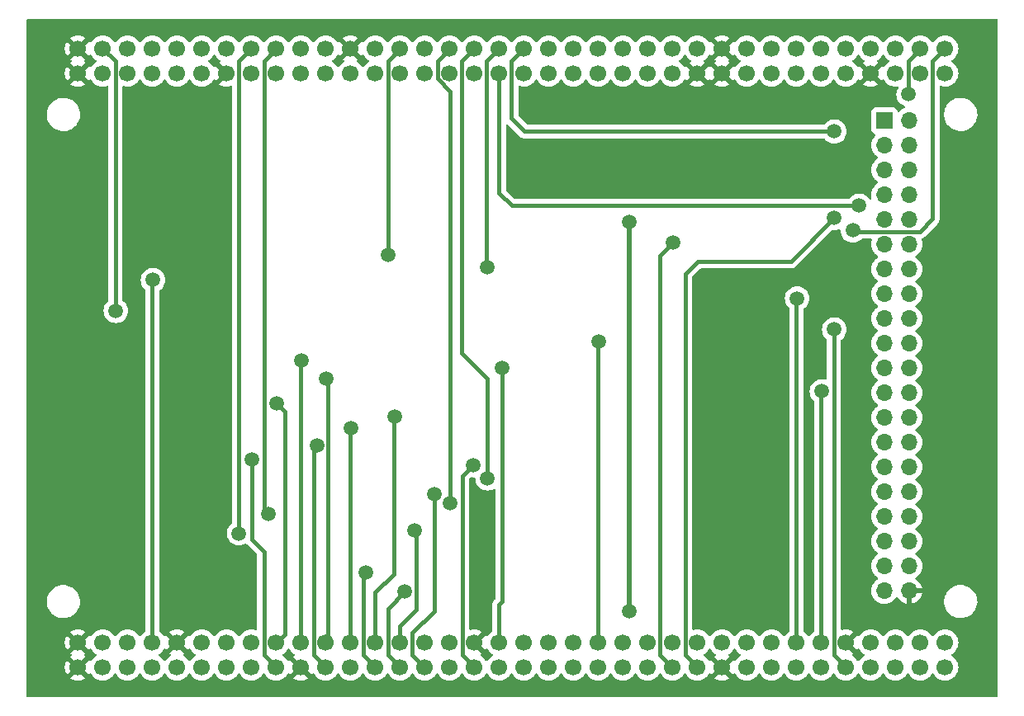
<source format=gbr>
G04 #@! TF.GenerationSoftware,KiCad,Pcbnew,7.0.1*
G04 #@! TF.CreationDate,2023-04-11T20:24:04+02:00*
G04 #@! TF.ProjectId,nucleo144 and 4.3 SSD1963 lcd parallel 16bit,6e75636c-656f-4313-9434-20616e642034,rev?*
G04 #@! TF.SameCoordinates,PX68e7780PY7bfa480*
G04 #@! TF.FileFunction,Copper,L1,Top*
G04 #@! TF.FilePolarity,Positive*
%FSLAX46Y46*%
G04 Gerber Fmt 4.6, Leading zero omitted, Abs format (unit mm)*
G04 Created by KiCad (PCBNEW 7.0.1) date 2023-04-11 20:24:04*
%MOMM*%
%LPD*%
G01*
G04 APERTURE LIST*
G04 #@! TA.AperFunction,ComponentPad*
%ADD10C,1.700000*%
G04 #@! TD*
G04 #@! TA.AperFunction,ComponentPad*
%ADD11R,1.700000X1.700000*%
G04 #@! TD*
G04 #@! TA.AperFunction,ComponentPad*
%ADD12O,1.700000X1.700000*%
G04 #@! TD*
G04 #@! TA.AperFunction,ViaPad*
%ADD13C,1.500000*%
G04 #@! TD*
G04 #@! TA.AperFunction,Conductor*
%ADD14C,0.500000*%
G04 #@! TD*
G04 #@! TA.AperFunction,Conductor*
%ADD15C,0.400000*%
G04 #@! TD*
G04 APERTURE END LIST*
D10*
G04 #@! TO.P,U1,1,PC10*
G04 #@! TO.N,SD_CLK*
X94400000Y66760000D03*
G04 #@! TO.P,U1,2,PC11*
G04 #@! TO.N,SD__MISO*
X94400000Y64220000D03*
G04 #@! TO.P,U1,3,PC12*
G04 #@! TO.N,SD_MOSI*
X91860000Y66760000D03*
G04 #@! TO.P,U1,4,PD2*
G04 #@! TO.N,unconnected-(U1-PD2-Pad4)*
X91860000Y64220000D03*
G04 #@! TO.P,U1,5,VDD*
G04 #@! TO.N,unconnected-(U1-VDD-Pad5)*
X89320000Y66760000D03*
G04 #@! TO.P,U1,6,E5V*
G04 #@! TO.N,unconnected-(U1-E5V-Pad6)*
X89320000Y64220000D03*
G04 #@! TO.P,U1,7,~{BOOT0}*
G04 #@! TO.N,unconnected-(U1-~{BOOT0}-Pad7)*
X86780000Y66760000D03*
G04 #@! TO.P,U1,8,GND*
G04 #@! TO.N,GND*
X86780000Y64220000D03*
G04 #@! TO.P,U1,9,PF6*
G04 #@! TO.N,unconnected-(U1-PF6-Pad9)*
X84240000Y66760000D03*
G04 #@! TO.P,U1,10,NC*
G04 #@! TO.N,unconnected-(U1-NC-Pad10)*
X84240000Y64220000D03*
G04 #@! TO.P,U1,11,PF7*
G04 #@! TO.N,unconnected-(U1-PF7-Pad11)*
X81700000Y66760000D03*
G04 #@! TO.P,U1,12,IOREF*
G04 #@! TO.N,unconnected-(U1-IOREF-Pad12)*
X81700000Y64220000D03*
G04 #@! TO.P,U1,13,TMS/PA13*
G04 #@! TO.N,unconnected-(U1-TMS{slash}PA13-Pad13)*
X79160000Y66760000D03*
G04 #@! TO.P,U1,14,~{RST}*
G04 #@! TO.N,unconnected-(U1-~{RST}-Pad14)*
X79160000Y64220000D03*
G04 #@! TO.P,U1,15,TCK/PA14*
G04 #@! TO.N,unconnected-(U1-TCK{slash}PA14-Pad15)*
X76620000Y66760000D03*
G04 #@! TO.P,U1,16,+3V3*
G04 #@! TO.N,unconnected-(U1-+3V3-Pad16)*
X76620000Y64220000D03*
G04 #@! TO.P,U1,17,PA15*
G04 #@! TO.N,unconnected-(U1-PA15-Pad17)*
X74080000Y66760000D03*
G04 #@! TO.P,U1,18,+5V*
G04 #@! TO.N,5V*
X74080000Y64220000D03*
G04 #@! TO.P,U1,19,GND*
G04 #@! TO.N,GND*
X71540000Y66760000D03*
G04 #@! TO.P,U1,20,GND*
X71540000Y64220000D03*
G04 #@! TO.P,U1,21,LD2/PB7*
G04 #@! TO.N,unconnected-(U1-LD2{slash}PB7-Pad21)*
X69000000Y66760000D03*
G04 #@! TO.P,U1,22,GND*
G04 #@! TO.N,GND*
X69000000Y64220000D03*
G04 #@! TO.P,U1,23,BT/PC13*
G04 #@! TO.N,unconnected-(U1-BT{slash}PC13-Pad23)*
X66460000Y66760000D03*
G04 #@! TO.P,U1,24,VIN*
G04 #@! TO.N,unconnected-(U1-VIN-Pad24)*
X66460000Y64220000D03*
G04 #@! TO.P,U1,25,RTC_CRYSTAL/PC14*
G04 #@! TO.N,unconnected-(U1-RTC_CRYSTAL{slash}PC14-Pad25)*
X63920000Y66760000D03*
G04 #@! TO.P,U1,26,NC*
G04 #@! TO.N,unconnected-(U1-NC-Pad26)*
X63920000Y64220000D03*
G04 #@! TO.P,U1,27,RTC_CRYSTAL/PC15*
G04 #@! TO.N,unconnected-(U1-RTC_CRYSTAL{slash}PC15-Pad27)*
X61380000Y66760000D03*
G04 #@! TO.P,U1,28,ETH_REF_CLK/PA0*
G04 #@! TO.N,unconnected-(U1-ETH_REF_CLK{slash}PA0-Pad28)*
X61380000Y64220000D03*
G04 #@! TO.P,U1,29,PH0*
G04 #@! TO.N,unconnected-(U1-PH0-Pad29)*
X58840000Y66760000D03*
G04 #@! TO.P,U1,30,ETH_MDIO/PA1*
G04 #@! TO.N,unconnected-(U1-ETH_MDIO{slash}PA1-Pad30)*
X58840000Y64220000D03*
G04 #@! TO.P,U1,31,PH1*
G04 #@! TO.N,unconnected-(U1-PH1-Pad31)*
X56300000Y66760000D03*
G04 #@! TO.P,U1,32,PA4*
G04 #@! TO.N,unconnected-(U1-PA4-Pad32)*
X56300000Y64220000D03*
G04 #@! TO.P,U1,33,VBAT*
G04 #@! TO.N,unconnected-(U1-VBAT-Pad33)*
X53760000Y66760000D03*
G04 #@! TO.P,U1,34,PB0*
G04 #@! TO.N,unconnected-(U1-PB0-Pad34)*
X53760000Y64220000D03*
G04 #@! TO.P,U1,35,PC2*
G04 #@! TO.N,LCD_BL*
X51220000Y66760000D03*
G04 #@! TO.P,U1,36,ETH_MDC/PC1*
G04 #@! TO.N,unconnected-(U1-ETH_MDC{slash}PC1-Pad36)*
X51220000Y64220000D03*
G04 #@! TO.P,U1,37,PC3*
G04 #@! TO.N,PEN*
X48680000Y66760000D03*
G04 #@! TO.P,U1,38,PC0*
G04 #@! TO.N,LCD_RST*
X48680000Y64220000D03*
G04 #@! TO.P,U1,39,PD4*
G04 #@! TO.N,LCD_RD*
X46140000Y66760000D03*
G04 #@! TO.P,U1,40,PD3*
G04 #@! TO.N,unconnected-(U1-PD3-Pad40)*
X46140000Y64220000D03*
G04 #@! TO.P,U1,41,PD5*
G04 #@! TO.N,LCD_WR*
X43600000Y66760000D03*
G04 #@! TO.P,U1,42,PG2*
G04 #@! TO.N,unconnected-(U1-PG2-Pad42)*
X43600000Y64220000D03*
G04 #@! TO.P,U1,43,PD6*
G04 #@! TO.N,unconnected-(U1-PD6-Pad43)*
X41060000Y66760000D03*
G04 #@! TO.P,U1,44,PG3*
G04 #@! TO.N,unconnected-(U1-PG3-Pad44)*
X41060000Y64220000D03*
G04 #@! TO.P,U1,45,PD7*
G04 #@! TO.N,LCD_CS*
X38520000Y66760000D03*
G04 #@! TO.P,U1,46,PE2*
G04 #@! TO.N,unconnected-(U1-PE2-Pad46)*
X38520000Y64220000D03*
G04 #@! TO.P,U1,47,PE3*
G04 #@! TO.N,unconnected-(U1-PE3-Pad47)*
X35980000Y66760000D03*
G04 #@! TO.P,U1,48,PE4*
G04 #@! TO.N,unconnected-(U1-PE4-Pad48)*
X35980000Y64220000D03*
G04 #@! TO.P,U1,49,GND*
G04 #@! TO.N,GND*
X33440000Y66760000D03*
G04 #@! TO.P,U1,50,PE5*
G04 #@! TO.N,unconnected-(U1-PE5-Pad50)*
X33440000Y64220000D03*
G04 #@! TO.P,U1,51,PF1*
G04 #@! TO.N,unconnected-(U1-PF1-Pad51)*
X30900000Y66760000D03*
G04 #@! TO.P,U1,52,PF2*
G04 #@! TO.N,unconnected-(U1-PF2-Pad52)*
X30900000Y64220000D03*
G04 #@! TO.P,U1,53,PF0*
G04 #@! TO.N,unconnected-(U1-PF0-Pad53)*
X28360000Y66760000D03*
G04 #@! TO.P,U1,54,PF8*
G04 #@! TO.N,unconnected-(U1-PF8-Pad54)*
X28360000Y64220000D03*
G04 #@! TO.P,U1,55,PD1*
G04 #@! TO.N,D3*
X25820000Y66760000D03*
G04 #@! TO.P,U1,56,PF9*
G04 #@! TO.N,unconnected-(U1-PF9-Pad56)*
X25820000Y64220000D03*
G04 #@! TO.P,U1,57,PD0*
G04 #@! TO.N,D2*
X23280000Y66760000D03*
G04 #@! TO.P,U1,58,PG1*
G04 #@! TO.N,unconnected-(U1-PG1-Pad58)*
X23280000Y64220000D03*
G04 #@! TO.P,U1,59,PG0*
G04 #@! TO.N,unconnected-(U1-PG0-Pad59)*
X20740000Y66760000D03*
G04 #@! TO.P,U1,60,GND*
G04 #@! TO.N,GND*
X20740000Y64220000D03*
G04 #@! TO.P,U1,61,PE1*
G04 #@! TO.N,unconnected-(U1-PE1-Pad61)*
X18200000Y66760000D03*
G04 #@! TO.P,U1,62,PE6*
G04 #@! TO.N,unconnected-(U1-PE6-Pad62)*
X18200000Y64220000D03*
G04 #@! TO.P,U1,63,PG9*
G04 #@! TO.N,unconnected-(U1-PG9-Pad63)*
X15660000Y66760000D03*
G04 #@! TO.P,U1,64,PG15*
G04 #@! TO.N,unconnected-(U1-PG15-Pad64)*
X15660000Y64220000D03*
G04 #@! TO.P,U1,65,PG12*
G04 #@! TO.N,unconnected-(U1-PG12-Pad65)*
X13120000Y66760000D03*
G04 #@! TO.P,U1,66,PG10*
G04 #@! TO.N,unconnected-(U1-PG10-Pad66)*
X13120000Y64220000D03*
G04 #@! TO.P,U1,67,NC*
G04 #@! TO.N,unconnected-(U1-NC-Pad67)*
X10580000Y66760000D03*
G04 #@! TO.P,U1,68,PG13/ETH_TXD0*
G04 #@! TO.N,unconnected-(U1-PG13{slash}ETH_TXD0-Pad68)*
X10580000Y64220000D03*
G04 #@! TO.P,U1,69,STLINK_RX/PD9*
G04 #@! TO.N,D14*
X8040000Y66760000D03*
G04 #@! TO.P,U1,70,PG11/ETH_TX_EN*
G04 #@! TO.N,unconnected-(U1-PG11{slash}ETH_TX_EN-Pad70)*
X8040000Y64220000D03*
G04 #@! TO.P,U1,71,GND*
G04 #@! TO.N,GND*
X5500000Y66760000D03*
G04 #@! TO.P,U1,72,GND*
X5500000Y64220000D03*
G04 #@! TO.P,U1,73,PC9*
G04 #@! TO.N,unconnected-(U1-PC9-Pad73)*
X94400000Y5800000D03*
G04 #@! TO.P,U1,74,PC8*
G04 #@! TO.N,unconnected-(U1-PC8-Pad74)*
X94400000Y3260000D03*
G04 #@! TO.P,U1,75,PB8*
G04 #@! TO.N,unconnected-(U1-PB8-Pad75)*
X91860000Y5800000D03*
G04 #@! TO.P,U1,76,PC6*
G04 #@! TO.N,unconnected-(U1-PC6-Pad76)*
X91860000Y3260000D03*
G04 #@! TO.P,U1,77,PB9*
G04 #@! TO.N,unconnected-(U1-PB9-Pad77)*
X89320000Y5800000D03*
G04 #@! TO.P,U1,78,ETH_RXD1/PC5*
G04 #@! TO.N,unconnected-(U1-ETH_RXD1{slash}PC5-Pad78)*
X89320000Y3260000D03*
G04 #@! TO.P,U1,79,AVDD*
G04 #@! TO.N,unconnected-(U1-AVDD-Pad79)*
X86780000Y5800000D03*
G04 #@! TO.P,U1,80,U5V*
G04 #@! TO.N,unconnected-(U1-U5V-Pad80)*
X86780000Y3260000D03*
G04 #@! TO.P,U1,81,GND*
G04 #@! TO.N,GND*
X84240000Y5800000D03*
G04 #@! TO.P,U1,82,STLINK_TX/PD8*
G04 #@! TO.N,D13*
X84240000Y3260000D03*
G04 #@! TO.P,U1,83,PA5*
G04 #@! TO.N,SPI_CLK*
X81700000Y5800000D03*
G04 #@! TO.P,U1,84,USB_DP/PA12*
G04 #@! TO.N,unconnected-(U1-USB_DP{slash}PA12-Pad84)*
X81700000Y3260000D03*
G04 #@! TO.P,U1,85,PA6*
G04 #@! TO.N,SPI_MISO*
X79160000Y5800000D03*
G04 #@! TO.P,U1,86,USB_DM/PA11*
G04 #@! TO.N,unconnected-(U1-USB_DM{slash}PA11-Pad86)*
X79160000Y3260000D03*
G04 #@! TO.P,U1,87,ETH_CRS_DV/PA7*
G04 #@! TO.N,unconnected-(U1-ETH_CRS_DV{slash}PA7-Pad87)*
X76620000Y5800000D03*
G04 #@! TO.P,U1,88,PB12*
G04 #@! TO.N,unconnected-(U1-PB12-Pad88)*
X76620000Y3260000D03*
G04 #@! TO.P,U1,89,PB6*
G04 #@! TO.N,unconnected-(U1-PB6-Pad89)*
X74080000Y5800000D03*
G04 #@! TO.P,U1,90,PB11*
G04 #@! TO.N,unconnected-(U1-PB11-Pad90)*
X74080000Y3260000D03*
G04 #@! TO.P,U1,91,PC7*
G04 #@! TO.N,unconnected-(U1-PC7-Pad91)*
X71540000Y5800000D03*
G04 #@! TO.P,U1,92,GND*
G04 #@! TO.N,GND*
X71540000Y3260000D03*
G04 #@! TO.P,U1,93,USB_VBUS/PA9*
G04 #@! TO.N,unconnected-(U1-USB_VBUS{slash}PA9-Pad93)*
X69000000Y5800000D03*
G04 #@! TO.P,U1,94,PB2*
G04 #@! TO.N,SD_CS*
X69000000Y3260000D03*
G04 #@! TO.P,U1,95,USB_SOF/PA8*
G04 #@! TO.N,unconnected-(U1-USB_SOF{slash}PA8-Pad95)*
X66460000Y5800000D03*
G04 #@! TO.P,U1,96,PB1*
G04 #@! TO.N,F_CS*
X66460000Y3260000D03*
G04 #@! TO.P,U1,97,PB10*
G04 #@! TO.N,unconnected-(U1-PB10-Pad97)*
X63920000Y5800000D03*
G04 #@! TO.P,U1,98,PB15*
G04 #@! TO.N,unconnected-(U1-PB15-Pad98)*
X63920000Y3260000D03*
G04 #@! TO.P,U1,99,PB4*
G04 #@! TO.N,unconnected-(U1-PB4-Pad99)*
X61380000Y5800000D03*
G04 #@! TO.P,U1,100,LD3/PB14*
G04 #@! TO.N,unconnected-(U1-LD3{slash}PB14-Pad100)*
X61380000Y3260000D03*
G04 #@! TO.P,U1,101,PB5*
G04 #@! TO.N,SPI_MOSI*
X58840000Y5800000D03*
G04 #@! TO.P,U1,102,ETH_TXD1/PB13*
G04 #@! TO.N,unconnected-(U1-ETH_TXD1{slash}PB13-Pad102)*
X58840000Y3260000D03*
G04 #@! TO.P,U1,103,SWO/PB3*
G04 #@! TO.N,unconnected-(U1-SWO{slash}PB3-Pad103)*
X56300000Y5800000D03*
G04 #@! TO.P,U1,104,AGND*
G04 #@! TO.N,unconnected-(U1-AGND-Pad104)*
X56300000Y3260000D03*
G04 #@! TO.P,U1,105,USB_ID/PA10*
G04 #@! TO.N,unconnected-(U1-USB_ID{slash}PA10-Pad105)*
X53760000Y5800000D03*
G04 #@! TO.P,U1,106,ETH_RXD0/PC4*
G04 #@! TO.N,unconnected-(U1-ETH_RXD0{slash}PC4-Pad106)*
X53760000Y3260000D03*
G04 #@! TO.P,U1,107,PA2*
G04 #@! TO.N,unconnected-(U1-PA2-Pad107)*
X51220000Y5800000D03*
G04 #@! TO.P,U1,108,PF5*
G04 #@! TO.N,unconnected-(U1-PF5-Pad108)*
X51220000Y3260000D03*
G04 #@! TO.P,U1,109,PA3*
G04 #@! TO.N,T_CS*
X48680000Y5800000D03*
G04 #@! TO.P,U1,110,PF4*
G04 #@! TO.N,unconnected-(U1-PF4-Pad110)*
X48680000Y3260000D03*
G04 #@! TO.P,U1,111,GND*
G04 #@! TO.N,GND*
X46140000Y5800000D03*
G04 #@! TO.P,U1,112,PE8*
G04 #@! TO.N,D5*
X46140000Y3260000D03*
G04 #@! TO.P,U1,113,PD13*
G04 #@! TO.N,unconnected-(U1-PD13-Pad113)*
X43600000Y5800000D03*
G04 #@! TO.P,U1,114,PF10*
G04 #@! TO.N,unconnected-(U1-PF10-Pad114)*
X43600000Y3260000D03*
G04 #@! TO.P,U1,115,PD12*
G04 #@! TO.N,unconnected-(U1-PD12-Pad115)*
X41060000Y5800000D03*
G04 #@! TO.P,U1,116,PE7*
G04 #@! TO.N,D4*
X41060000Y3260000D03*
G04 #@! TO.P,U1,117,PD11*
G04 #@! TO.N,LCD_RS*
X38520000Y5800000D03*
G04 #@! TO.P,U1,118,PD14*
G04 #@! TO.N,D0*
X38520000Y3260000D03*
G04 #@! TO.P,U1,119,PE10*
G04 #@! TO.N,D7*
X35980000Y5800000D03*
G04 #@! TO.P,U1,120,PD15*
G04 #@! TO.N,D1*
X35980000Y3260000D03*
G04 #@! TO.P,U1,121,PE12*
G04 #@! TO.N,D9*
X33440000Y5800000D03*
G04 #@! TO.P,U1,122,PF14*
G04 #@! TO.N,unconnected-(U1-PF14-Pad122)*
X33440000Y3260000D03*
G04 #@! TO.P,U1,123,PE14*
G04 #@! TO.N,D11*
X30900000Y5800000D03*
G04 #@! TO.P,U1,124,PE9*
G04 #@! TO.N,D6*
X30900000Y3260000D03*
G04 #@! TO.P,U1,125,PE15*
G04 #@! TO.N,D12*
X28360000Y5800000D03*
G04 #@! TO.P,U1,126,GND*
G04 #@! TO.N,GND*
X28360000Y3260000D03*
G04 #@! TO.P,U1,127,PE13*
G04 #@! TO.N,D10*
X25820000Y5800000D03*
G04 #@! TO.P,U1,128,PE11*
G04 #@! TO.N,D8*
X25820000Y3260000D03*
G04 #@! TO.P,U1,129,PF13*
G04 #@! TO.N,unconnected-(U1-PF13-Pad129)*
X23280000Y5800000D03*
G04 #@! TO.P,U1,130,PF3*
G04 #@! TO.N,unconnected-(U1-PF3-Pad130)*
X23280000Y3260000D03*
G04 #@! TO.P,U1,131,PF12*
G04 #@! TO.N,unconnected-(U1-PF12-Pad131)*
X20740000Y5800000D03*
G04 #@! TO.P,U1,132,PF15*
G04 #@! TO.N,unconnected-(U1-PF15-Pad132)*
X20740000Y3260000D03*
G04 #@! TO.P,U1,133,PG14*
G04 #@! TO.N,unconnected-(U1-PG14-Pad133)*
X18200000Y5800000D03*
G04 #@! TO.P,U1,134,PF11*
G04 #@! TO.N,unconnected-(U1-PF11-Pad134)*
X18200000Y3260000D03*
G04 #@! TO.P,U1,135,GND*
G04 #@! TO.N,GND*
X15660000Y5800000D03*
G04 #@! TO.P,U1,136,PE0*
G04 #@! TO.N,unconnected-(U1-PE0-Pad136)*
X15660000Y3260000D03*
G04 #@! TO.P,U1,137,PD10*
G04 #@! TO.N,D15*
X13120000Y5800000D03*
G04 #@! TO.P,U1,138,PG8*
G04 #@! TO.N,unconnected-(U1-PG8-Pad138)*
X13120000Y3260000D03*
G04 #@! TO.P,U1,139,PG7/USB_GPIO_IN*
G04 #@! TO.N,unconnected-(U1-PG7{slash}USB_GPIO_IN-Pad139)*
X10580000Y5800000D03*
G04 #@! TO.P,U1,140,PG5*
G04 #@! TO.N,unconnected-(U1-PG5-Pad140)*
X10580000Y3260000D03*
G04 #@! TO.P,U1,141,PG4*
G04 #@! TO.N,unconnected-(U1-PG4-Pad141)*
X8040000Y5800000D03*
G04 #@! TO.P,U1,142,PG6/USB_GPIO_OUT*
G04 #@! TO.N,unconnected-(U1-PG6{slash}USB_GPIO_OUT-Pad142)*
X8040000Y3260000D03*
G04 #@! TO.P,U1,143,GND*
G04 #@! TO.N,GND*
X5500000Y5800000D03*
G04 #@! TO.P,U1,144,GND*
X5500000Y3260000D03*
G04 #@! TD*
D11*
G04 #@! TO.P,TFT1,1,NC*
G04 #@! TO.N,unconnected-(TFT1-NC-Pad1)*
X88160000Y59360000D03*
D12*
G04 #@! TO.P,TFT1,2,NC*
G04 #@! TO.N,unconnected-(TFT1-NC-Pad2)*
X90700000Y59360000D03*
G04 #@! TO.P,TFT1,3,NC*
G04 #@! TO.N,unconnected-(TFT1-NC-Pad3)*
X88160000Y56820000D03*
G04 #@! TO.P,TFT1,4,LED_A*
G04 #@! TO.N,LCD_BL*
X90700000Y56820000D03*
G04 #@! TO.P,TFT1,5,SD_CS*
G04 #@! TO.N,SD_CS*
X88160000Y54280000D03*
G04 #@! TO.P,TFT1,6,NC*
G04 #@! TO.N,unconnected-(TFT1-NC-Pad6)*
X90700000Y54280000D03*
G04 #@! TO.P,TFT1,7,SD_DIN*
G04 #@! TO.N,SD_MOSI*
X88160000Y51740000D03*
G04 #@! TO.P,TFT1,8,RESET*
G04 #@! TO.N,LCD_RST*
X90700000Y51740000D03*
G04 #@! TO.P,TFT1,9,SD_CLK*
G04 #@! TO.N,SD_CLK*
X88160000Y49200000D03*
G04 #@! TO.P,TFT1,10,F_CS*
G04 #@! TO.N,F_CS*
X90700000Y49200000D03*
G04 #@! TO.P,TFT1,11,SD_DO*
G04 #@! TO.N,SD_MISO*
X88160000Y46660000D03*
G04 #@! TO.P,TFT1,12,CS*
G04 #@! TO.N,LCD_CS*
X90700000Y46660000D03*
G04 #@! TO.P,TFT1,13,T_IRQ*
G04 #@! TO.N,PEN*
X88160000Y44120000D03*
G04 #@! TO.P,TFT1,14,DB15*
G04 #@! TO.N,D15*
X90700000Y44120000D03*
G04 #@! TO.P,TFT1,15,T_DO*
G04 #@! TO.N,SPI_MISO*
X88160000Y41580000D03*
G04 #@! TO.P,TFT1,16,DB14*
G04 #@! TO.N,D14*
X90700000Y41580000D03*
G04 #@! TO.P,TFT1,17,NC*
G04 #@! TO.N,unconnected-(TFT1-NC-Pad17)*
X88160000Y39040000D03*
G04 #@! TO.P,TFT1,18,DB13*
G04 #@! TO.N,D13*
X90700000Y39040000D03*
G04 #@! TO.P,TFT1,19,T_DIN*
G04 #@! TO.N,SPI_MOSI*
X88160000Y36500000D03*
G04 #@! TO.P,TFT1,20,DB12*
G04 #@! TO.N,D12*
X90700000Y36500000D03*
G04 #@! TO.P,TFT1,21,T_CS*
G04 #@! TO.N,T_CS*
X88160000Y33960000D03*
G04 #@! TO.P,TFT1,22,DB11*
G04 #@! TO.N,D11*
X90700000Y33960000D03*
G04 #@! TO.P,TFT1,23,T_CLK*
G04 #@! TO.N,SPI_CLK*
X88160000Y31420000D03*
G04 #@! TO.P,TFT1,24,DB10*
G04 #@! TO.N,D10*
X90700000Y31420000D03*
G04 #@! TO.P,TFT1,25,DB7*
G04 #@! TO.N,D7*
X88160000Y28880000D03*
G04 #@! TO.P,TFT1,26,DB9*
G04 #@! TO.N,D9*
X90700000Y28880000D03*
G04 #@! TO.P,TFT1,27,DB6*
G04 #@! TO.N,D6*
X88160000Y26340000D03*
G04 #@! TO.P,TFT1,28,DB8*
G04 #@! TO.N,D8*
X90700000Y26340000D03*
G04 #@! TO.P,TFT1,29,DB5*
G04 #@! TO.N,D5*
X88160000Y23800000D03*
G04 #@! TO.P,TFT1,30,RD*
G04 #@! TO.N,LCD_RD*
X90700000Y23800000D03*
G04 #@! TO.P,TFT1,31,DB4*
G04 #@! TO.N,D4*
X88160000Y21260000D03*
G04 #@! TO.P,TFT1,32,WR*
G04 #@! TO.N,LCD_WR*
X90700000Y21260000D03*
G04 #@! TO.P,TFT1,33,DB3*
G04 #@! TO.N,D3*
X88160000Y18720000D03*
G04 #@! TO.P,TFT1,34,RS*
G04 #@! TO.N,LCD_RS*
X90700000Y18720000D03*
G04 #@! TO.P,TFT1,35,DB2*
G04 #@! TO.N,D2*
X88160000Y16180000D03*
G04 #@! TO.P,TFT1,36,NC*
G04 #@! TO.N,unconnected-(TFT1-NC-Pad36)*
X90700000Y16180000D03*
G04 #@! TO.P,TFT1,37,DB1*
G04 #@! TO.N,D1*
X88160000Y13640000D03*
G04 #@! TO.P,TFT1,38,3.3V*
G04 #@! TO.N,3.3V*
X90700000Y13640000D03*
G04 #@! TO.P,TFT1,39,DB0*
G04 #@! TO.N,D0*
X88160000Y11100000D03*
G04 #@! TO.P,TFT1,40,GND*
G04 #@! TO.N,GND*
X90700000Y11100000D03*
G04 #@! TD*
D13*
G04 #@! TO.N,GND*
X85580000Y9604000D03*
G04 #@! TO.N,3.3V*
X62000000Y9000000D03*
X62000000Y49000000D03*
G04 #@! TO.N,GND*
X61000000Y54000000D03*
X78000000Y54000000D03*
X77000000Y61000000D03*
X66000000Y61000000D03*
X96000000Y53000000D03*
X96000000Y19000000D03*
X5000000Y18000000D03*
X5000000Y53000000D03*
G04 #@! TO.N,SD_MOSI*
X90660000Y62055000D03*
G04 #@! TO.N,SD_CLK*
X84945000Y48085000D03*
G04 #@! TO.N,LCD_RST*
X85580000Y50625000D03*
G04 #@! TO.N,LCD_BL*
X83040000Y58245000D03*
G04 #@! TO.N,SD_CS*
X83040000Y49355000D03*
G04 #@! TO.N,F_CS*
X66530000Y46815000D03*
G04 #@! TO.N,LCD_CS*
X37320000Y45545000D03*
G04 #@! TO.N,D15*
X13190000Y43005000D03*
G04 #@! TO.N,D14*
X9380000Y39830000D03*
G04 #@! TO.N,D13*
X83040000Y37925000D03*
G04 #@! TO.N,D12*
X28430000Y34750000D03*
G04 #@! TO.N,D11*
X30970000Y32845000D03*
G04 #@! TO.N,D10*
X25890000Y30305000D03*
G04 #@! TO.N,D9*
X33510000Y27765000D03*
G04 #@! TO.N,D8*
X23350000Y24590000D03*
G04 #@! TO.N,LCD_RD*
X47480000Y22650500D03*
G04 #@! TO.N,LCD_WR*
X43670000Y20110500D03*
G04 #@! TO.N,PEN*
X47480000Y44275000D03*
G04 #@! TO.N,SPI_MISO*
X79230000Y41100000D03*
G04 #@! TO.N,SPI_MOSI*
X58910000Y36655000D03*
G04 #@! TO.N,T_CS*
X49000000Y34000000D03*
G04 #@! TO.N,SPI_CLK*
X81770000Y31575000D03*
G04 #@! TO.N,D6*
X30000000Y26000000D03*
G04 #@! TO.N,D5*
X46000000Y24000000D03*
G04 #@! TO.N,D4*
X42000000Y21000000D03*
G04 #@! TO.N,D7*
X38000000Y29000000D03*
G04 #@! TO.N,LCD_RS*
X40000000Y17329500D03*
G04 #@! TO.N,D3*
X25000000Y19000000D03*
G04 #@! TO.N,D2*
X22000000Y17000000D03*
G04 #@! TO.N,D1*
X35000000Y13000000D03*
G04 #@! TO.N,D0*
X39000000Y11000000D03*
G04 #@! TD*
D14*
G04 #@! TO.N,3.3V*
X62000000Y9000000D02*
X62000000Y49000000D01*
D15*
G04 #@! TO.N,SD_MOSI*
X90610000Y65510000D02*
X91860000Y66760000D01*
X90610000Y62105000D02*
X90610000Y65510000D01*
X90660000Y62055000D02*
X90610000Y62105000D01*
G04 #@! TO.N,SD_CLK*
X93110000Y49265000D02*
X93110000Y65470000D01*
X91795000Y47950000D02*
X93110000Y49265000D01*
X84945000Y48085000D02*
X85080000Y47950000D01*
X85080000Y47950000D02*
X91795000Y47950000D01*
X93110000Y65470000D02*
X94400000Y66760000D01*
G04 #@! TO.N,LCD_RST*
X50020000Y50625000D02*
X48680000Y51965000D01*
X48680000Y51965000D02*
X48680000Y64220000D01*
X85580000Y50625000D02*
X50020000Y50625000D01*
G04 #@! TO.N,LCD_BL*
X49930000Y65470000D02*
X51220000Y66760000D01*
X49930000Y59605000D02*
X49930000Y65470000D01*
X51290000Y58245000D02*
X49930000Y59605000D01*
X83040000Y58245000D02*
X51290000Y58245000D01*
G04 #@! TO.N,F_CS*
X65170000Y4550000D02*
X66460000Y3260000D01*
X65170000Y45455000D02*
X65170000Y4550000D01*
X66530000Y46815000D02*
X65170000Y45455000D01*
G04 #@! TO.N,SD_CS*
X67750000Y4510000D02*
X69000000Y3260000D01*
X67750000Y43590000D02*
X67750000Y4510000D01*
X69070000Y44910000D02*
X67750000Y43590000D01*
X83040000Y49355000D02*
X78595000Y44910000D01*
X78595000Y44910000D02*
X69070000Y44910000D01*
G04 #@! TO.N,LCD_CS*
X37320000Y45545000D02*
X37270000Y45595000D01*
X37270000Y45595000D02*
X37270000Y65510000D01*
X37270000Y65510000D02*
X38520000Y66760000D01*
G04 #@! TO.N,D15*
X13190000Y43005000D02*
X13120000Y42935000D01*
X13120000Y42935000D02*
X13120000Y5800000D01*
G04 #@! TO.N,D14*
X9330000Y39880000D02*
X9330000Y65470000D01*
X9330000Y65470000D02*
X8040000Y66760000D01*
X9380000Y39830000D02*
X9330000Y39880000D01*
G04 #@! TO.N,D13*
X82990000Y4510000D02*
X84240000Y3260000D01*
X83040000Y37925000D02*
X82990000Y37875000D01*
X82990000Y37875000D02*
X82990000Y4510000D01*
G04 #@! TO.N,D12*
X28360000Y34680000D02*
X28360000Y5800000D01*
X28430000Y34750000D02*
X28360000Y34680000D01*
G04 #@! TO.N,D11*
X31150000Y32665000D02*
X31150000Y6050000D01*
X31150000Y6050000D02*
X30900000Y5800000D01*
X30970000Y32845000D02*
X31150000Y32665000D01*
G04 #@! TO.N,D10*
X26670000Y6650000D02*
X25820000Y5800000D01*
X25890000Y30305000D02*
X26670000Y29525000D01*
X26670000Y29525000D02*
X26670000Y6650000D01*
G04 #@! TO.N,SPI_CLK*
X81700000Y31505000D02*
X81700000Y5800000D01*
X81770000Y31575000D02*
X81700000Y31505000D01*
G04 #@! TO.N,D9*
X33510000Y27765000D02*
X33440000Y27695000D01*
X33440000Y27695000D02*
X33440000Y5800000D01*
G04 #@! TO.N,D8*
X24620000Y15065000D02*
X24570000Y15015000D01*
X23350000Y16335000D02*
X24620000Y15065000D01*
X24570000Y4510000D02*
X25820000Y3260000D01*
X23350000Y24590000D02*
X23350000Y16335000D01*
X24570000Y15015000D02*
X24570000Y4510000D01*
G04 #@! TO.N,LCD_RD*
X44850000Y65470000D02*
X46140000Y66760000D01*
X44850000Y35475000D02*
X44850000Y65470000D01*
X47480000Y32845000D02*
X44850000Y35475000D01*
X47480000Y22650500D02*
X47480000Y32845000D01*
G04 #@! TO.N,LCD_WR*
X42350000Y65510000D02*
X43600000Y66760000D01*
X42350000Y63702233D02*
X42350000Y65510000D01*
X43670000Y62382233D02*
X42350000Y63702233D01*
X43670000Y20110500D02*
X43670000Y62382233D01*
G04 #@! TO.N,PEN*
X47390000Y65470000D02*
X48680000Y66760000D01*
X47390000Y44365000D02*
X47390000Y65470000D01*
X47480000Y44275000D02*
X47390000Y44365000D01*
G04 #@! TO.N,SPI_MISO*
X79230000Y41100000D02*
X79160000Y41030000D01*
X79160000Y41030000D02*
X79160000Y5800000D01*
G04 #@! TO.N,SPI_MOSI*
X58840000Y36585000D02*
X58840000Y5800000D01*
X58910000Y36655000D02*
X58840000Y36585000D01*
G04 #@! TO.N,T_CS*
X49000000Y34000000D02*
X49000000Y10000000D01*
X48680000Y9680000D02*
X48680000Y5800000D01*
X49000000Y10000000D02*
X48680000Y9680000D01*
G04 #@! TO.N,D6*
X29650000Y4510000D02*
X30900000Y3260000D01*
X29650000Y25650000D02*
X29650000Y4510000D01*
X30000000Y26000000D02*
X29650000Y25650000D01*
G04 #@! TO.N,D5*
X44890000Y22890000D02*
X44890000Y4510000D01*
X46000000Y24000000D02*
X44890000Y22890000D01*
X44890000Y4510000D02*
X46140000Y3260000D01*
G04 #@! TO.N,D4*
X39770000Y6770000D02*
X39770000Y4550000D01*
X39770000Y4550000D02*
X41060000Y3260000D01*
X42000000Y9000000D02*
X39770000Y6770000D01*
X42000000Y21000000D02*
X42000000Y9000000D01*
G04 #@! TO.N,D7*
X35980000Y10980000D02*
X35980000Y5800000D01*
X37850000Y12850000D02*
X35980000Y10980000D01*
X37850000Y28850000D02*
X37850000Y12850000D01*
X38000000Y29000000D02*
X37850000Y28850000D01*
G04 #@! TO.N,LCD_RS*
X38520000Y7520000D02*
X38520000Y5800000D01*
X40150000Y9150000D02*
X38520000Y7520000D01*
X40000000Y17329500D02*
X40150000Y17179500D01*
X40150000Y17179500D02*
X40150000Y9150000D01*
G04 #@! TO.N,D3*
X24570000Y65510000D02*
X25820000Y66760000D01*
X25000000Y19000000D02*
X24570000Y19430000D01*
X24570000Y19430000D02*
X24570000Y65510000D01*
G04 #@! TO.N,D2*
X22000000Y65480000D02*
X23280000Y66760000D01*
X22000000Y17000000D02*
X22000000Y65480000D01*
G04 #@! TO.N,D1*
X34730000Y12730000D02*
X34730000Y4510000D01*
X35000000Y13000000D02*
X34730000Y12730000D01*
X34730000Y4510000D02*
X35980000Y3260000D01*
G04 #@! TO.N,D0*
X37270000Y4510000D02*
X38520000Y3260000D01*
X39000000Y11000000D02*
X37270000Y9270000D01*
X37270000Y9270000D02*
X37270000Y4510000D01*
G04 #@! TD*
G04 #@! TA.AperFunction,Conductor*
G04 #@! TO.N,GND*
G36*
X45999999Y22744723D02*
G01*
X45999999Y22744724D01*
X46000000Y22744723D01*
X46091305Y22752711D01*
X46154517Y22741565D01*
X46203688Y22700307D01*
X46225641Y22639991D01*
X46243792Y22432526D01*
X46300425Y22221169D01*
X46342285Y22131401D01*
X46392898Y22022861D01*
X46518402Y21843623D01*
X46673123Y21688902D01*
X46852361Y21563398D01*
X47050670Y21470925D01*
X47262023Y21414293D01*
X47480000Y21395223D01*
X47697977Y21414293D01*
X47909330Y21470925D01*
X48107639Y21563398D01*
X48107640Y21563399D01*
X48117471Y21567983D01*
X48118378Y21566038D01*
X48167390Y21583273D01*
X48232757Y21569528D01*
X48281509Y21523867D01*
X48299500Y21459539D01*
X48299500Y10341520D01*
X48290061Y10294066D01*
X48263180Y10253837D01*
X48202280Y10192939D01*
X48196829Y10187809D01*
X48151816Y10147930D01*
X48117649Y10098432D01*
X48113213Y10092403D01*
X48076121Y10045058D01*
X48071961Y10035814D01*
X48060941Y10016275D01*
X48055182Y10007931D01*
X48033853Y9951695D01*
X48030989Y9944781D01*
X48006303Y9889930D01*
X48004475Y9879953D01*
X47998454Y9858352D01*
X47994859Y9848872D01*
X47987609Y9789173D01*
X47986483Y9781774D01*
X47975641Y9722609D01*
X47979274Y9662566D01*
X47979500Y9655079D01*
X47979500Y7022711D01*
X47965489Y6965454D01*
X47926623Y6921137D01*
X47902686Y6904376D01*
X47808598Y6838495D01*
X47641508Y6671405D01*
X47641507Y6671403D01*
X47641505Y6671401D01*
X47511271Y6485406D01*
X47511270Y6485405D01*
X47466952Y6446540D01*
X47409695Y6432529D01*
X47352438Y6446540D01*
X47308120Y6485405D01*
X47254925Y6561374D01*
X47254925Y6561375D01*
X46493553Y5800000D01*
X46493553Y5799999D01*
X47254925Y5038627D01*
X47308119Y5114595D01*
X47352437Y5153461D01*
X47409694Y5167472D01*
X47466951Y5153461D01*
X47511267Y5114598D01*
X47641505Y4928599D01*
X47808599Y4761505D01*
X47994160Y4631574D01*
X48033024Y4587257D01*
X48047035Y4530000D01*
X48033024Y4472743D01*
X47994160Y4428426D01*
X47810846Y4300068D01*
X47808595Y4298492D01*
X47641505Y4131402D01*
X47511575Y3945841D01*
X47467257Y3906975D01*
X47410000Y3892964D01*
X47352743Y3906975D01*
X47308425Y3945841D01*
X47241044Y4042071D01*
X47178495Y4131401D01*
X47011401Y4298495D01*
X46825402Y4428733D01*
X46786539Y4473049D01*
X46772528Y4530306D01*
X46786539Y4587563D01*
X46825405Y4631881D01*
X46901373Y4685075D01*
X45874128Y5712320D01*
X45842034Y5767908D01*
X45842034Y5832095D01*
X45874128Y5887682D01*
X46140000Y6153553D01*
X46901373Y6914927D01*
X46901373Y6914928D01*
X46817580Y6973600D01*
X46603492Y7073431D01*
X46375318Y7134570D01*
X46140000Y7155158D01*
X45904681Y7134570D01*
X45746594Y7092210D01*
X45690309Y7090368D01*
X45639014Y7113609D01*
X45603288Y7157141D01*
X45590500Y7211985D01*
X45590500Y22548481D01*
X45599939Y22595933D01*
X45626818Y22636161D01*
X45690963Y22700307D01*
X45715782Y22725127D01*
X45761050Y22753966D01*
X45814268Y22760972D01*
X45999999Y22744723D01*
G37*
G04 #@! TD.AperFunction*
G04 #@! TA.AperFunction,Conductor*
G36*
X99737500Y69782887D02*
G01*
X99782887Y69737500D01*
X99799500Y69675500D01*
X99799500Y324500D01*
X99782887Y262500D01*
X99737500Y217113D01*
X99675500Y200500D01*
X324500Y200500D01*
X262500Y217113D01*
X217113Y262500D01*
X200500Y324500D01*
X200500Y2145075D01*
X4738625Y2145075D01*
X4822420Y2086401D01*
X5036507Y1986570D01*
X5264681Y1925431D01*
X5500000Y1904843D01*
X5735318Y1925431D01*
X5963492Y1986570D01*
X6177576Y2086400D01*
X6261373Y2145075D01*
X5500000Y2906447D01*
X4738625Y2145075D01*
X200500Y2145075D01*
X200500Y3260001D01*
X4144842Y3260001D01*
X4165430Y3024682D01*
X4226569Y2796508D01*
X4326400Y2582420D01*
X4385073Y2498627D01*
X5146447Y3259999D01*
X5853553Y3259999D01*
X6614925Y2498627D01*
X6668119Y2574595D01*
X6712437Y2613461D01*
X6769694Y2627472D01*
X6826951Y2613461D01*
X6871267Y2574598D01*
X7001505Y2388599D01*
X7168599Y2221505D01*
X7362170Y2085965D01*
X7576337Y1986097D01*
X7804592Y1924937D01*
X8040000Y1904341D01*
X8275408Y1924937D01*
X8503663Y1986097D01*
X8717830Y2085965D01*
X8911401Y2221505D01*
X9078495Y2388599D01*
X9208426Y2574161D01*
X9252743Y2613025D01*
X9310000Y2627036D01*
X9367257Y2613025D01*
X9411573Y2574161D01*
X9541505Y2388599D01*
X9708599Y2221505D01*
X9902170Y2085965D01*
X10116337Y1986097D01*
X10344592Y1924937D01*
X10580000Y1904341D01*
X10815408Y1924937D01*
X11043663Y1986097D01*
X11257830Y2085965D01*
X11451401Y2221505D01*
X11618495Y2388599D01*
X11748426Y2574161D01*
X11792743Y2613025D01*
X11850000Y2627036D01*
X11907257Y2613025D01*
X11951573Y2574161D01*
X12081505Y2388599D01*
X12248599Y2221505D01*
X12442170Y2085965D01*
X12656337Y1986097D01*
X12884592Y1924937D01*
X13120000Y1904341D01*
X13355408Y1924937D01*
X13583663Y1986097D01*
X13797830Y2085965D01*
X13991401Y2221505D01*
X14158495Y2388599D01*
X14288426Y2574161D01*
X14332743Y2613025D01*
X14390000Y2627036D01*
X14447257Y2613025D01*
X14491573Y2574161D01*
X14621505Y2388599D01*
X14788599Y2221505D01*
X14982170Y2085965D01*
X15196337Y1986097D01*
X15424592Y1924937D01*
X15660000Y1904341D01*
X15895408Y1924937D01*
X16123663Y1986097D01*
X16337830Y2085965D01*
X16531401Y2221505D01*
X16698495Y2388599D01*
X16828426Y2574161D01*
X16872743Y2613025D01*
X16930000Y2627036D01*
X16987257Y2613025D01*
X17031573Y2574161D01*
X17161505Y2388599D01*
X17328599Y2221505D01*
X17522170Y2085965D01*
X17736337Y1986097D01*
X17964592Y1924937D01*
X18200000Y1904341D01*
X18435408Y1924937D01*
X18663663Y1986097D01*
X18877830Y2085965D01*
X19071401Y2221505D01*
X19238495Y2388599D01*
X19368426Y2574161D01*
X19412743Y2613025D01*
X19470000Y2627036D01*
X19527257Y2613025D01*
X19571573Y2574161D01*
X19701505Y2388599D01*
X19868599Y2221505D01*
X20062170Y2085965D01*
X20276337Y1986097D01*
X20504592Y1924937D01*
X20740000Y1904341D01*
X20975408Y1924937D01*
X21203663Y1986097D01*
X21417830Y2085965D01*
X21611401Y2221505D01*
X21778495Y2388599D01*
X21908426Y2574161D01*
X21952743Y2613025D01*
X22010000Y2627036D01*
X22067257Y2613025D01*
X22111573Y2574161D01*
X22241505Y2388599D01*
X22408599Y2221505D01*
X22602170Y2085965D01*
X22816337Y1986097D01*
X23044592Y1924937D01*
X23280000Y1904341D01*
X23515408Y1924937D01*
X23743663Y1986097D01*
X23957830Y2085965D01*
X24151401Y2221505D01*
X24318495Y2388599D01*
X24448426Y2574161D01*
X24492743Y2613025D01*
X24550000Y2627036D01*
X24607257Y2613025D01*
X24651573Y2574161D01*
X24781505Y2388599D01*
X24948599Y2221505D01*
X25142170Y2085965D01*
X25356337Y1986097D01*
X25584592Y1924937D01*
X25820000Y1904341D01*
X26055408Y1924937D01*
X26283663Y1986097D01*
X26497830Y2085965D01*
X26582248Y2145075D01*
X27598625Y2145075D01*
X27682420Y2086401D01*
X27896507Y1986570D01*
X28124681Y1925431D01*
X28360000Y1904843D01*
X28595318Y1925431D01*
X28823492Y1986570D01*
X29037576Y2086400D01*
X29121373Y2145075D01*
X28360000Y2906447D01*
X27598625Y2145075D01*
X26582248Y2145075D01*
X26691401Y2221505D01*
X26858495Y2388599D01*
X26988732Y2574598D01*
X27033048Y2613461D01*
X27090305Y2627472D01*
X27147562Y2613461D01*
X27191880Y2574595D01*
X27245073Y2498627D01*
X28006447Y3259999D01*
X28006447Y3260001D01*
X27245073Y4021374D01*
X27191881Y3945406D01*
X27147563Y3906540D01*
X27090306Y3892529D01*
X27033048Y3906540D01*
X26988730Y3945405D01*
X26858495Y4131401D01*
X26691401Y4298495D01*
X26505839Y4428427D01*
X26466974Y4472745D01*
X26452964Y4530001D01*
X26466975Y4587258D01*
X26505837Y4631572D01*
X26691401Y4761505D01*
X26858495Y4928599D01*
X26988426Y5114161D01*
X27032743Y5153025D01*
X27090000Y5167036D01*
X27147257Y5153025D01*
X27191573Y5114161D01*
X27321505Y4928599D01*
X27488599Y4761505D01*
X27674597Y4631268D01*
X27713460Y4586952D01*
X27727471Y4529694D01*
X27713460Y4472437D01*
X27674594Y4428119D01*
X27598626Y4374927D01*
X28360000Y3613553D01*
X29474925Y2498627D01*
X29528119Y2574595D01*
X29572437Y2613461D01*
X29629694Y2627472D01*
X29686951Y2613461D01*
X29731267Y2574598D01*
X29861505Y2388599D01*
X30028599Y2221505D01*
X30222170Y2085965D01*
X30436337Y1986097D01*
X30664592Y1924937D01*
X30900000Y1904341D01*
X31135408Y1924937D01*
X31363663Y1986097D01*
X31577830Y2085965D01*
X31771401Y2221505D01*
X31938495Y2388599D01*
X32068426Y2574161D01*
X32112743Y2613025D01*
X32170000Y2627036D01*
X32227257Y2613025D01*
X32271573Y2574161D01*
X32401505Y2388599D01*
X32568599Y2221505D01*
X32762170Y2085965D01*
X32976337Y1986097D01*
X33204592Y1924937D01*
X33440000Y1904341D01*
X33675408Y1924937D01*
X33903663Y1986097D01*
X34117830Y2085965D01*
X34311401Y2221505D01*
X34478495Y2388599D01*
X34608426Y2574161D01*
X34652743Y2613025D01*
X34710000Y2627036D01*
X34767257Y2613025D01*
X34811573Y2574161D01*
X34941505Y2388599D01*
X35108599Y2221505D01*
X35302170Y2085965D01*
X35516337Y1986097D01*
X35744592Y1924937D01*
X35980000Y1904341D01*
X36215408Y1924937D01*
X36443663Y1986097D01*
X36657830Y2085965D01*
X36851401Y2221505D01*
X37018495Y2388599D01*
X37148426Y2574161D01*
X37192743Y2613025D01*
X37250000Y2627036D01*
X37307257Y2613025D01*
X37351573Y2574161D01*
X37481505Y2388599D01*
X37648599Y2221505D01*
X37842170Y2085965D01*
X38056337Y1986097D01*
X38284592Y1924937D01*
X38520000Y1904341D01*
X38755408Y1924937D01*
X38983663Y1986097D01*
X39197830Y2085965D01*
X39391401Y2221505D01*
X39558495Y2388599D01*
X39688426Y2574161D01*
X39732743Y2613025D01*
X39790000Y2627036D01*
X39847257Y2613025D01*
X39891573Y2574161D01*
X40021505Y2388599D01*
X40188599Y2221505D01*
X40382170Y2085965D01*
X40596337Y1986097D01*
X40824592Y1924937D01*
X41060000Y1904341D01*
X41295408Y1924937D01*
X41523663Y1986097D01*
X41737830Y2085965D01*
X41931401Y2221505D01*
X42098495Y2388599D01*
X42228426Y2574161D01*
X42272743Y2613025D01*
X42330000Y2627036D01*
X42387257Y2613025D01*
X42431573Y2574161D01*
X42561505Y2388599D01*
X42728599Y2221505D01*
X42922170Y2085965D01*
X43136337Y1986097D01*
X43364592Y1924937D01*
X43600000Y1904341D01*
X43835408Y1924937D01*
X44063663Y1986097D01*
X44277830Y2085965D01*
X44471401Y2221505D01*
X44638495Y2388599D01*
X44768426Y2574161D01*
X44812743Y2613025D01*
X44870000Y2627036D01*
X44927257Y2613025D01*
X44971573Y2574161D01*
X45101505Y2388599D01*
X45268599Y2221505D01*
X45462170Y2085965D01*
X45676337Y1986097D01*
X45904592Y1924937D01*
X46140000Y1904341D01*
X46375408Y1924937D01*
X46603663Y1986097D01*
X46817830Y2085965D01*
X47011401Y2221505D01*
X47178495Y2388599D01*
X47308426Y2574161D01*
X47352743Y2613025D01*
X47410000Y2627036D01*
X47467257Y2613025D01*
X47511573Y2574161D01*
X47641505Y2388599D01*
X47808599Y2221505D01*
X48002170Y2085965D01*
X48216337Y1986097D01*
X48444592Y1924937D01*
X48680000Y1904341D01*
X48915408Y1924937D01*
X49143663Y1986097D01*
X49357830Y2085965D01*
X49551401Y2221505D01*
X49718495Y2388599D01*
X49848426Y2574161D01*
X49892743Y2613025D01*
X49950000Y2627036D01*
X50007257Y2613025D01*
X50051573Y2574161D01*
X50181505Y2388599D01*
X50348599Y2221505D01*
X50542170Y2085965D01*
X50756337Y1986097D01*
X50984592Y1924937D01*
X51220000Y1904341D01*
X51455408Y1924937D01*
X51683663Y1986097D01*
X51897830Y2085965D01*
X52091401Y2221505D01*
X52258495Y2388599D01*
X52388426Y2574161D01*
X52432743Y2613025D01*
X52490000Y2627036D01*
X52547257Y2613025D01*
X52591573Y2574161D01*
X52721505Y2388599D01*
X52888599Y2221505D01*
X53082170Y2085965D01*
X53296337Y1986097D01*
X53524592Y1924937D01*
X53760000Y1904341D01*
X53995408Y1924937D01*
X54223663Y1986097D01*
X54437830Y2085965D01*
X54631401Y2221505D01*
X54798495Y2388599D01*
X54928426Y2574161D01*
X54972743Y2613025D01*
X55030000Y2627036D01*
X55087257Y2613025D01*
X55131573Y2574161D01*
X55261505Y2388599D01*
X55428599Y2221505D01*
X55622170Y2085965D01*
X55836337Y1986097D01*
X56064592Y1924937D01*
X56300000Y1904341D01*
X56535408Y1924937D01*
X56763663Y1986097D01*
X56977830Y2085965D01*
X57171401Y2221505D01*
X57338495Y2388599D01*
X57468426Y2574161D01*
X57512743Y2613025D01*
X57570000Y2627036D01*
X57627257Y2613025D01*
X57671573Y2574161D01*
X57801505Y2388599D01*
X57968599Y2221505D01*
X58162170Y2085965D01*
X58376337Y1986097D01*
X58604592Y1924937D01*
X58840000Y1904341D01*
X59075408Y1924937D01*
X59303663Y1986097D01*
X59517830Y2085965D01*
X59711401Y2221505D01*
X59878495Y2388599D01*
X60008426Y2574161D01*
X60052743Y2613025D01*
X60110000Y2627036D01*
X60167257Y2613025D01*
X60211573Y2574161D01*
X60341505Y2388599D01*
X60508599Y2221505D01*
X60702170Y2085965D01*
X60916337Y1986097D01*
X61144592Y1924937D01*
X61380000Y1904341D01*
X61615408Y1924937D01*
X61843663Y1986097D01*
X62057830Y2085965D01*
X62251401Y2221505D01*
X62418495Y2388599D01*
X62548426Y2574161D01*
X62592743Y2613025D01*
X62650000Y2627036D01*
X62707257Y2613025D01*
X62751573Y2574161D01*
X62881505Y2388599D01*
X63048599Y2221505D01*
X63242170Y2085965D01*
X63456337Y1986097D01*
X63684592Y1924937D01*
X63920000Y1904341D01*
X64155408Y1924937D01*
X64383663Y1986097D01*
X64597830Y2085965D01*
X64791401Y2221505D01*
X64958495Y2388599D01*
X65088426Y2574161D01*
X65132743Y2613025D01*
X65190000Y2627036D01*
X65247257Y2613025D01*
X65291573Y2574161D01*
X65421505Y2388599D01*
X65588599Y2221505D01*
X65782170Y2085965D01*
X65996337Y1986097D01*
X66224592Y1924937D01*
X66460000Y1904341D01*
X66695408Y1924937D01*
X66923663Y1986097D01*
X67137830Y2085965D01*
X67331401Y2221505D01*
X67498495Y2388599D01*
X67628426Y2574161D01*
X67672743Y2613025D01*
X67730000Y2627036D01*
X67787257Y2613025D01*
X67831573Y2574161D01*
X67961505Y2388599D01*
X68128599Y2221505D01*
X68322170Y2085965D01*
X68536337Y1986097D01*
X68764592Y1924937D01*
X69000000Y1904341D01*
X69235408Y1924937D01*
X69463663Y1986097D01*
X69677830Y2085965D01*
X69762248Y2145075D01*
X70778625Y2145075D01*
X70862420Y2086401D01*
X71076507Y1986570D01*
X71304681Y1925431D01*
X71540000Y1904843D01*
X71775318Y1925431D01*
X72003492Y1986570D01*
X72217576Y2086400D01*
X72301373Y2145075D01*
X71540000Y2906447D01*
X70778625Y2145075D01*
X69762248Y2145075D01*
X69871401Y2221505D01*
X70038495Y2388599D01*
X70168732Y2574598D01*
X70213048Y2613461D01*
X70270305Y2627472D01*
X70327562Y2613461D01*
X70371880Y2574595D01*
X70425073Y2498627D01*
X71186447Y3259999D01*
X71186447Y3260000D01*
X70425073Y4021374D01*
X70371881Y3945406D01*
X70327563Y3906540D01*
X70270306Y3892529D01*
X70213048Y3906540D01*
X70168730Y3945405D01*
X70038495Y4131401D01*
X69871401Y4298495D01*
X69685839Y4428427D01*
X69646974Y4472745D01*
X69632964Y4530001D01*
X69646975Y4587258D01*
X69685837Y4631572D01*
X69871401Y4761505D01*
X70038495Y4928599D01*
X70168426Y5114161D01*
X70212743Y5153025D01*
X70270000Y5167036D01*
X70327257Y5153025D01*
X70371573Y5114161D01*
X70501505Y4928599D01*
X70668599Y4761505D01*
X70854597Y4631268D01*
X70893460Y4586952D01*
X70907471Y4529694D01*
X70893460Y4472437D01*
X70854594Y4428119D01*
X70778626Y4374927D01*
X71540000Y3613553D01*
X71540001Y3613553D01*
X72301373Y4374927D01*
X72301373Y4374928D01*
X72225405Y4428120D01*
X72186539Y4472438D01*
X72172528Y4529695D01*
X72186539Y4586952D01*
X72225402Y4631268D01*
X72411401Y4761505D01*
X72578495Y4928599D01*
X72708426Y5114161D01*
X72752743Y5153025D01*
X72810000Y5167036D01*
X72867257Y5153025D01*
X72911573Y5114161D01*
X73041505Y4928599D01*
X73208599Y4761505D01*
X73394160Y4631574D01*
X73433024Y4587257D01*
X73447035Y4530000D01*
X73433024Y4472743D01*
X73394160Y4428426D01*
X73210846Y4300068D01*
X73208595Y4298492D01*
X73041508Y4131405D01*
X73041507Y4131403D01*
X73041505Y4131401D01*
X72911271Y3945406D01*
X72911270Y3945405D01*
X72866952Y3906540D01*
X72809695Y3892529D01*
X72752438Y3906540D01*
X72708120Y3945405D01*
X72654925Y4021374D01*
X72654925Y4021375D01*
X71893553Y3260000D01*
X71893553Y3259999D01*
X72654925Y2498627D01*
X72708119Y2574595D01*
X72752437Y2613461D01*
X72809694Y2627472D01*
X72866951Y2613461D01*
X72911267Y2574598D01*
X73041505Y2388599D01*
X73208599Y2221505D01*
X73402170Y2085965D01*
X73616337Y1986097D01*
X73844592Y1924937D01*
X74080000Y1904341D01*
X74315408Y1924937D01*
X74543663Y1986097D01*
X74757830Y2085965D01*
X74951401Y2221505D01*
X75118495Y2388599D01*
X75248426Y2574161D01*
X75292743Y2613025D01*
X75350000Y2627036D01*
X75407257Y2613025D01*
X75451573Y2574161D01*
X75581505Y2388599D01*
X75748599Y2221505D01*
X75942170Y2085965D01*
X76156337Y1986097D01*
X76384592Y1924937D01*
X76620000Y1904341D01*
X76855408Y1924937D01*
X77083663Y1986097D01*
X77297830Y2085965D01*
X77491401Y2221505D01*
X77658495Y2388599D01*
X77788426Y2574161D01*
X77832743Y2613025D01*
X77890000Y2627036D01*
X77947257Y2613025D01*
X77991573Y2574161D01*
X78121505Y2388599D01*
X78288599Y2221505D01*
X78482170Y2085965D01*
X78696337Y1986097D01*
X78924592Y1924937D01*
X79160000Y1904341D01*
X79395408Y1924937D01*
X79623663Y1986097D01*
X79837830Y2085965D01*
X80031401Y2221505D01*
X80198495Y2388599D01*
X80328426Y2574161D01*
X80372743Y2613025D01*
X80430000Y2627036D01*
X80487257Y2613025D01*
X80531573Y2574161D01*
X80661505Y2388599D01*
X80828599Y2221505D01*
X81022170Y2085965D01*
X81236337Y1986097D01*
X81464592Y1924937D01*
X81700000Y1904341D01*
X81935408Y1924937D01*
X82163663Y1986097D01*
X82377830Y2085965D01*
X82571401Y2221505D01*
X82738495Y2388599D01*
X82868426Y2574161D01*
X82912743Y2613025D01*
X82970000Y2627036D01*
X83027257Y2613025D01*
X83071573Y2574161D01*
X83201505Y2388599D01*
X83368599Y2221505D01*
X83562170Y2085965D01*
X83776337Y1986097D01*
X84004592Y1924937D01*
X84240000Y1904341D01*
X84475408Y1924937D01*
X84703663Y1986097D01*
X84917830Y2085965D01*
X85111401Y2221505D01*
X85278495Y2388599D01*
X85408426Y2574161D01*
X85452743Y2613025D01*
X85510000Y2627036D01*
X85567257Y2613025D01*
X85611573Y2574161D01*
X85741505Y2388599D01*
X85908599Y2221505D01*
X86102170Y2085965D01*
X86316337Y1986097D01*
X86544592Y1924937D01*
X86780000Y1904341D01*
X87015408Y1924937D01*
X87243663Y1986097D01*
X87457830Y2085965D01*
X87651401Y2221505D01*
X87818495Y2388599D01*
X87948426Y2574161D01*
X87992743Y2613025D01*
X88050000Y2627036D01*
X88107257Y2613025D01*
X88151573Y2574161D01*
X88281505Y2388599D01*
X88448599Y2221505D01*
X88642170Y2085965D01*
X88856337Y1986097D01*
X89084592Y1924937D01*
X89320000Y1904341D01*
X89555408Y1924937D01*
X89783663Y1986097D01*
X89997830Y2085965D01*
X90191401Y2221505D01*
X90358495Y2388599D01*
X90488426Y2574161D01*
X90532743Y2613025D01*
X90590000Y2627036D01*
X90647257Y2613025D01*
X90691573Y2574161D01*
X90821505Y2388599D01*
X90988599Y2221505D01*
X91182170Y2085965D01*
X91396337Y1986097D01*
X91624592Y1924937D01*
X91860000Y1904341D01*
X92095408Y1924937D01*
X92323663Y1986097D01*
X92537830Y2085965D01*
X92731401Y2221505D01*
X92898495Y2388599D01*
X93028426Y2574161D01*
X93072743Y2613025D01*
X93130000Y2627036D01*
X93187257Y2613025D01*
X93231573Y2574161D01*
X93361505Y2388599D01*
X93528599Y2221505D01*
X93722170Y2085965D01*
X93936337Y1986097D01*
X94164592Y1924937D01*
X94400000Y1904341D01*
X94635408Y1924937D01*
X94863663Y1986097D01*
X95077830Y2085965D01*
X95271401Y2221505D01*
X95438495Y2388599D01*
X95574035Y2582170D01*
X95673903Y2796337D01*
X95735063Y3024592D01*
X95755659Y3260000D01*
X95735063Y3495408D01*
X95673903Y3723663D01*
X95574035Y3937829D01*
X95438495Y4131401D01*
X95271401Y4298495D01*
X95085839Y4428427D01*
X95046974Y4472745D01*
X95032964Y4530001D01*
X95046975Y4587258D01*
X95085837Y4631572D01*
X95271401Y4761505D01*
X95438495Y4928599D01*
X95574035Y5122170D01*
X95673903Y5336337D01*
X95735063Y5564592D01*
X95755659Y5800000D01*
X95735063Y6035408D01*
X95673903Y6263663D01*
X95574035Y6477829D01*
X95438495Y6671401D01*
X95271401Y6838495D01*
X95077830Y6974035D01*
X94863663Y7073903D01*
X94793406Y7092728D01*
X94635407Y7135064D01*
X94400000Y7155660D01*
X94164592Y7135064D01*
X93936336Y7073903D01*
X93722170Y6974035D01*
X93528598Y6838495D01*
X93361505Y6671402D01*
X93231575Y6485841D01*
X93187257Y6446975D01*
X93130000Y6432964D01*
X93072743Y6446975D01*
X93028425Y6485841D01*
X92898494Y6671402D01*
X92731404Y6838492D01*
X92731401Y6838495D01*
X92537830Y6974035D01*
X92323663Y7073903D01*
X92253406Y7092728D01*
X92095407Y7135064D01*
X91860000Y7155660D01*
X91624592Y7135064D01*
X91396336Y7073903D01*
X91182170Y6974035D01*
X90988598Y6838495D01*
X90821505Y6671402D01*
X90691575Y6485841D01*
X90647257Y6446975D01*
X90590000Y6432964D01*
X90532743Y6446975D01*
X90488425Y6485841D01*
X90358494Y6671402D01*
X90191404Y6838492D01*
X90191401Y6838495D01*
X89997830Y6974035D01*
X89783663Y7073903D01*
X89713406Y7092728D01*
X89555407Y7135064D01*
X89320000Y7155660D01*
X89084592Y7135064D01*
X88856336Y7073903D01*
X88642170Y6974035D01*
X88448598Y6838495D01*
X88281505Y6671402D01*
X88151575Y6485841D01*
X88107257Y6446975D01*
X88050000Y6432964D01*
X87992743Y6446975D01*
X87948425Y6485841D01*
X87818494Y6671402D01*
X87651404Y6838492D01*
X87651401Y6838495D01*
X87457830Y6974035D01*
X87243663Y7073903D01*
X87173406Y7092728D01*
X87015407Y7135064D01*
X86780000Y7155660D01*
X86544592Y7135064D01*
X86316336Y7073903D01*
X86102170Y6974035D01*
X85908598Y6838495D01*
X85741508Y6671405D01*
X85741507Y6671403D01*
X85741505Y6671401D01*
X85611271Y6485406D01*
X85611270Y6485405D01*
X85566952Y6446540D01*
X85509695Y6432529D01*
X85452438Y6446540D01*
X85408120Y6485405D01*
X85354925Y6561374D01*
X85354925Y6561375D01*
X84593553Y5800000D01*
X85354925Y5038627D01*
X85408119Y5114595D01*
X85452437Y5153461D01*
X85509694Y5167472D01*
X85566951Y5153461D01*
X85611267Y5114598D01*
X85741505Y4928599D01*
X85908599Y4761505D01*
X86094160Y4631574D01*
X86133024Y4587257D01*
X86147035Y4530000D01*
X86133024Y4472743D01*
X86094160Y4428426D01*
X85910846Y4300068D01*
X85908595Y4298492D01*
X85741505Y4131402D01*
X85611575Y3945841D01*
X85567257Y3906975D01*
X85510000Y3892964D01*
X85452743Y3906975D01*
X85408425Y3945841D01*
X85341044Y4042071D01*
X85278495Y4131401D01*
X85111401Y4298495D01*
X84925402Y4428733D01*
X84886539Y4473049D01*
X84872528Y4530306D01*
X84886539Y4587563D01*
X84925405Y4631881D01*
X85001373Y4685075D01*
X83974128Y5712320D01*
X83942034Y5767908D01*
X83942034Y5832095D01*
X83974128Y5887682D01*
X84240000Y6153553D01*
X85001373Y6914927D01*
X85001373Y6914928D01*
X84917580Y6973600D01*
X84703492Y7073431D01*
X84475318Y7134570D01*
X84240000Y7155158D01*
X84004681Y7134570D01*
X83846594Y7092210D01*
X83790309Y7090368D01*
X83739014Y7113609D01*
X83703288Y7157141D01*
X83690500Y7211985D01*
X83690500Y36789355D01*
X83704511Y36846612D01*
X83743374Y36890929D01*
X83846877Y36963402D01*
X84001598Y37118123D01*
X84127102Y37297361D01*
X84219575Y37495670D01*
X84276207Y37707023D01*
X84295277Y37925000D01*
X84276207Y38142977D01*
X84219575Y38354330D01*
X84127102Y38552638D01*
X84001598Y38731877D01*
X83846877Y38886598D01*
X83667639Y39012102D01*
X83576205Y39054739D01*
X83469331Y39104575D01*
X83257974Y39161208D01*
X83039999Y39180278D01*
X82822025Y39161208D01*
X82610668Y39104575D01*
X82412361Y39012102D01*
X82233122Y38886598D01*
X82078402Y38731878D01*
X81952898Y38552639D01*
X81860425Y38354332D01*
X81803792Y38142975D01*
X81784722Y37925000D01*
X81803792Y37707026D01*
X81803793Y37707023D01*
X81860425Y37495670D01*
X81952898Y37297361D01*
X82078402Y37118123D01*
X82078405Y37118120D01*
X82233123Y36963402D01*
X82236626Y36960949D01*
X82275490Y36916631D01*
X82289500Y36859376D01*
X82289500Y32892014D01*
X82276712Y32837170D01*
X82240986Y32793638D01*
X82189691Y32770397D01*
X82133407Y32772239D01*
X82042768Y32796526D01*
X81987974Y32811208D01*
X81770000Y32830278D01*
X81552025Y32811208D01*
X81340668Y32754575D01*
X81142361Y32662102D01*
X80963122Y32536598D01*
X80808402Y32381878D01*
X80682898Y32202639D01*
X80590425Y32004332D01*
X80533792Y31792975D01*
X80514722Y31575001D01*
X80533792Y31357026D01*
X80579995Y31184593D01*
X80590425Y31145670D01*
X80682898Y30947361D01*
X80808402Y30768123D01*
X80963123Y30613402D01*
X80963182Y30613343D01*
X80990061Y30573115D01*
X80999500Y30525662D01*
X80999500Y7022711D01*
X80985489Y6965454D01*
X80946623Y6921137D01*
X80922686Y6904376D01*
X80828598Y6838495D01*
X80661505Y6671402D01*
X80531575Y6485841D01*
X80487257Y6446975D01*
X80430000Y6432964D01*
X80372743Y6446975D01*
X80328425Y6485841D01*
X80198494Y6671402D01*
X80031401Y6838495D01*
X79966393Y6884014D01*
X79913376Y6921137D01*
X79874511Y6965454D01*
X79860500Y7022711D01*
X79860500Y39950351D01*
X79874511Y40007608D01*
X79913374Y40051925D01*
X80036877Y40138402D01*
X80191598Y40293123D01*
X80317102Y40472361D01*
X80409575Y40670670D01*
X80466207Y40882023D01*
X80485277Y41100000D01*
X80466207Y41317977D01*
X80409575Y41529330D01*
X80317102Y41727638D01*
X80191598Y41906877D01*
X80036877Y42061598D01*
X79857639Y42187102D01*
X79766205Y42229739D01*
X79659331Y42279575D01*
X79447974Y42336208D01*
X79230000Y42355278D01*
X79012025Y42336208D01*
X78800668Y42279575D01*
X78602361Y42187102D01*
X78423122Y42061598D01*
X78268402Y41906878D01*
X78142898Y41727639D01*
X78050425Y41529332D01*
X77993792Y41317975D01*
X77974722Y41100000D01*
X77993792Y40882026D01*
X78040262Y40708596D01*
X78050425Y40670670D01*
X78142898Y40472361D01*
X78268402Y40293123D01*
X78347490Y40214035D01*
X78423182Y40138343D01*
X78450061Y40098115D01*
X78459500Y40050662D01*
X78459500Y7022711D01*
X78445489Y6965454D01*
X78406623Y6921137D01*
X78382686Y6904376D01*
X78288598Y6838495D01*
X78121505Y6671402D01*
X77991575Y6485841D01*
X77947257Y6446975D01*
X77890000Y6432964D01*
X77832743Y6446975D01*
X77788425Y6485841D01*
X77658494Y6671402D01*
X77491404Y6838492D01*
X77491401Y6838495D01*
X77297830Y6974035D01*
X77083663Y7073903D01*
X77013406Y7092728D01*
X76855407Y7135064D01*
X76620000Y7155660D01*
X76384592Y7135064D01*
X76156336Y7073903D01*
X75942170Y6974035D01*
X75748598Y6838495D01*
X75581505Y6671402D01*
X75451575Y6485841D01*
X75407257Y6446975D01*
X75350000Y6432964D01*
X75292743Y6446975D01*
X75248425Y6485841D01*
X75118494Y6671402D01*
X74951404Y6838492D01*
X74951401Y6838495D01*
X74757830Y6974035D01*
X74543663Y7073903D01*
X74473406Y7092728D01*
X74315407Y7135064D01*
X74080000Y7155660D01*
X73844592Y7135064D01*
X73616336Y7073903D01*
X73402170Y6974035D01*
X73208598Y6838495D01*
X73041505Y6671402D01*
X72911575Y6485841D01*
X72867257Y6446975D01*
X72810000Y6432964D01*
X72752743Y6446975D01*
X72708425Y6485841D01*
X72578494Y6671402D01*
X72411404Y6838492D01*
X72411401Y6838495D01*
X72217830Y6974035D01*
X72003663Y7073903D01*
X71933406Y7092728D01*
X71775407Y7135064D01*
X71540000Y7155660D01*
X71304592Y7135064D01*
X71076336Y7073903D01*
X70862170Y6974035D01*
X70668598Y6838495D01*
X70501505Y6671402D01*
X70371575Y6485841D01*
X70327257Y6446975D01*
X70270000Y6432964D01*
X70212743Y6446975D01*
X70168425Y6485841D01*
X70038494Y6671402D01*
X69871404Y6838492D01*
X69871401Y6838495D01*
X69677830Y6974035D01*
X69463663Y7073903D01*
X69393406Y7092728D01*
X69235407Y7135064D01*
X69000000Y7155660D01*
X68764592Y7135064D01*
X68606593Y7092728D01*
X68550309Y7090886D01*
X68499014Y7114127D01*
X68463288Y7157659D01*
X68450500Y7212503D01*
X68450500Y43248481D01*
X68459939Y43295934D01*
X68486819Y43336162D01*
X69323838Y44173181D01*
X69364066Y44200061D01*
X69411519Y44209500D01*
X78570079Y44209500D01*
X78577566Y44209274D01*
X78580706Y44209085D01*
X78637606Y44205642D01*
X78696782Y44216487D01*
X78704181Y44217613D01*
X78763872Y44224860D01*
X78773335Y44228450D01*
X78794958Y44234478D01*
X78804932Y44236305D01*
X78859808Y44261004D01*
X78866673Y44263848D01*
X78922930Y44285182D01*
X78931270Y44290940D01*
X78950819Y44301965D01*
X78960057Y44306122D01*
X79007413Y44343225D01*
X79013420Y44347645D01*
X79062929Y44381817D01*
X79102823Y44426850D01*
X79107924Y44432269D01*
X82755782Y48080127D01*
X82801051Y48108966D01*
X82854268Y48115972D01*
X83040000Y48099723D01*
X83257977Y48118793D01*
X83469330Y48175425D01*
X83512984Y48195782D01*
X83570796Y48207282D01*
X83627388Y48190788D01*
X83669969Y48150025D01*
X83688917Y48094207D01*
X83708792Y47867026D01*
X83708793Y47867023D01*
X83765425Y47655670D01*
X83857898Y47457361D01*
X83983402Y47278123D01*
X84138123Y47123402D01*
X84317361Y46997898D01*
X84515670Y46905425D01*
X84727023Y46848793D01*
X84872340Y46836080D01*
X84944999Y46829723D01*
X84944999Y46829724D01*
X84945000Y46829723D01*
X85162977Y46848793D01*
X85374330Y46905425D01*
X85572639Y46997898D01*
X85751877Y47123402D01*
X85841656Y47213182D01*
X85881884Y47240061D01*
X85929337Y47249500D01*
X86758215Y47249500D01*
X86813059Y47236712D01*
X86856591Y47200986D01*
X86879832Y47149691D01*
X86877990Y47093407D01*
X86824936Y46895408D01*
X86804340Y46660001D01*
X86824936Y46424593D01*
X86869709Y46257498D01*
X86886097Y46196337D01*
X86985965Y45982170D01*
X87121505Y45788599D01*
X87288599Y45621505D01*
X87474160Y45491574D01*
X87513024Y45447257D01*
X87527035Y45390000D01*
X87513024Y45332743D01*
X87474158Y45288425D01*
X87292083Y45160934D01*
X87288595Y45158492D01*
X87121505Y44991402D01*
X86985965Y44797830D01*
X86886097Y44583664D01*
X86824936Y44355408D01*
X86804340Y44120000D01*
X86824936Y43884593D01*
X86850295Y43789953D01*
X86886097Y43656337D01*
X86985965Y43442170D01*
X87121505Y43248599D01*
X87288599Y43081505D01*
X87474160Y42951574D01*
X87513024Y42907257D01*
X87527035Y42850000D01*
X87513024Y42792743D01*
X87474159Y42748425D01*
X87288595Y42618492D01*
X87121505Y42451402D01*
X86985965Y42257830D01*
X86886097Y42043664D01*
X86824936Y41815408D01*
X86804340Y41580001D01*
X86824936Y41344593D01*
X86869709Y41177498D01*
X86886097Y41116337D01*
X86985965Y40902170D01*
X87121505Y40708599D01*
X87288599Y40541505D01*
X87474160Y40411574D01*
X87513024Y40367257D01*
X87527035Y40310000D01*
X87513024Y40252743D01*
X87474158Y40208425D01*
X87316620Y40098115D01*
X87288595Y40078492D01*
X87121505Y39911402D01*
X86985965Y39717830D01*
X86886097Y39503664D01*
X86824936Y39275408D01*
X86804340Y39040000D01*
X86824936Y38804593D01*
X86866245Y38650426D01*
X86886097Y38576337D01*
X86985965Y38362170D01*
X87121505Y38168599D01*
X87288599Y38001505D01*
X87474160Y37871574D01*
X87513024Y37827257D01*
X87527035Y37770000D01*
X87513024Y37712743D01*
X87474159Y37668425D01*
X87288595Y37538492D01*
X87121505Y37371402D01*
X86985965Y37177830D01*
X86886097Y36963664D01*
X86824936Y36735408D01*
X86804340Y36500001D01*
X86824936Y36264593D01*
X86835366Y36225669D01*
X86886097Y36036337D01*
X86985965Y35822170D01*
X87121505Y35628599D01*
X87288599Y35461505D01*
X87474160Y35331574D01*
X87513024Y35287257D01*
X87527035Y35230000D01*
X87513024Y35172743D01*
X87474159Y35128425D01*
X87288595Y34998492D01*
X87121505Y34831402D01*
X86985965Y34637830D01*
X86886097Y34423664D01*
X86824936Y34195408D01*
X86804340Y33960000D01*
X86824936Y33724593D01*
X86858227Y33600351D01*
X86886097Y33496337D01*
X86985965Y33282170D01*
X87121505Y33088599D01*
X87288599Y32921505D01*
X87474160Y32791574D01*
X87513024Y32747257D01*
X87527035Y32690000D01*
X87513024Y32632743D01*
X87474159Y32588425D01*
X87288595Y32458492D01*
X87121505Y32291402D01*
X86985965Y32097830D01*
X86886097Y31883664D01*
X86824936Y31655408D01*
X86804340Y31420001D01*
X86824936Y31184593D01*
X86869709Y31017498D01*
X86886097Y30956337D01*
X86985965Y30742170D01*
X87121505Y30548599D01*
X87288599Y30381505D01*
X87474160Y30251574D01*
X87513024Y30207257D01*
X87527035Y30150000D01*
X87513024Y30092743D01*
X87474158Y30048425D01*
X87324205Y29943426D01*
X87288595Y29918492D01*
X87121505Y29751402D01*
X86985965Y29557830D01*
X86886097Y29343664D01*
X86824936Y29115408D01*
X86804340Y28880000D01*
X86824936Y28644593D01*
X86844744Y28570670D01*
X86886097Y28416337D01*
X86985965Y28202170D01*
X87121505Y28008599D01*
X87288599Y27841505D01*
X87474160Y27711574D01*
X87513024Y27667257D01*
X87527035Y27610000D01*
X87513024Y27552743D01*
X87474159Y27508425D01*
X87288595Y27378492D01*
X87121505Y27211402D01*
X86985965Y27017830D01*
X86886097Y26803664D01*
X86824936Y26575408D01*
X86804340Y26340001D01*
X86824936Y26104593D01*
X86869709Y25937499D01*
X86886097Y25876337D01*
X86985965Y25662170D01*
X87121505Y25468599D01*
X87288599Y25301505D01*
X87474160Y25171574D01*
X87513024Y25127257D01*
X87527035Y25070000D01*
X87513024Y25012743D01*
X87474159Y24968425D01*
X87288595Y24838492D01*
X87121505Y24671402D01*
X86985965Y24477830D01*
X86886097Y24263664D01*
X86824936Y24035408D01*
X86804340Y23800001D01*
X86824936Y23564593D01*
X86868961Y23400292D01*
X86886097Y23336337D01*
X86985965Y23122170D01*
X87121505Y22928599D01*
X87288599Y22761505D01*
X87474160Y22631574D01*
X87513024Y22587257D01*
X87527035Y22530000D01*
X87513024Y22472743D01*
X87474159Y22428425D01*
X87288595Y22298492D01*
X87121505Y22131402D01*
X86985965Y21937830D01*
X86886097Y21723664D01*
X86824936Y21495408D01*
X86804340Y21260000D01*
X86824936Y21024593D01*
X86831526Y21000000D01*
X86886097Y20796337D01*
X86985965Y20582170D01*
X87121505Y20388599D01*
X87288599Y20221505D01*
X87474160Y20091574D01*
X87513024Y20047257D01*
X87527035Y19990000D01*
X87513024Y19932743D01*
X87474159Y19888425D01*
X87288595Y19758492D01*
X87121505Y19591402D01*
X86985965Y19397830D01*
X86886097Y19183664D01*
X86824936Y18955408D01*
X86804340Y18720001D01*
X86824936Y18484593D01*
X86869709Y18317499D01*
X86886097Y18256337D01*
X86985965Y18042170D01*
X87121505Y17848599D01*
X87288599Y17681505D01*
X87474160Y17551574D01*
X87513024Y17507257D01*
X87527035Y17450000D01*
X87513024Y17392743D01*
X87474159Y17348425D01*
X87288595Y17218492D01*
X87121505Y17051402D01*
X86985965Y16857830D01*
X86886097Y16643664D01*
X86824936Y16415408D01*
X86804340Y16180000D01*
X86824936Y15944593D01*
X86840397Y15886892D01*
X86886097Y15716337D01*
X86985965Y15502170D01*
X87121505Y15308599D01*
X87288599Y15141505D01*
X87474160Y15011574D01*
X87513024Y14967257D01*
X87527035Y14910000D01*
X87513024Y14852743D01*
X87474159Y14808425D01*
X87288595Y14678492D01*
X87121505Y14511402D01*
X86985965Y14317830D01*
X86886097Y14103664D01*
X86824936Y13875408D01*
X86804340Y13640000D01*
X86824936Y13404593D01*
X86869709Y13237498D01*
X86886097Y13176337D01*
X86985965Y12962170D01*
X87121505Y12768599D01*
X87288599Y12601505D01*
X87474160Y12471574D01*
X87513024Y12427257D01*
X87527035Y12370000D01*
X87513024Y12312743D01*
X87474158Y12268425D01*
X87374880Y12198909D01*
X87288595Y12138492D01*
X87121505Y11971402D01*
X86985965Y11777830D01*
X86886097Y11563664D01*
X86824936Y11335408D01*
X86804340Y11100000D01*
X86824936Y10864593D01*
X86838291Y10814753D01*
X86886097Y10636337D01*
X86985965Y10422170D01*
X87121505Y10228599D01*
X87288599Y10061505D01*
X87482170Y9925965D01*
X87696337Y9826097D01*
X87924592Y9764937D01*
X88160000Y9744341D01*
X88395408Y9764937D01*
X88623663Y9826097D01*
X88837830Y9925965D01*
X89031401Y10061505D01*
X89198495Y10228599D01*
X89328732Y10414598D01*
X89373048Y10453461D01*
X89430305Y10467472D01*
X89487562Y10453461D01*
X89531880Y10414596D01*
X89661893Y10228919D01*
X89828918Y10061894D01*
X90022423Y9926400D01*
X90236507Y9826570D01*
X90449999Y9769365D01*
X90450000Y9769364D01*
X90450000Y10850000D01*
X90950000Y10850000D01*
X90950000Y9769365D01*
X91163492Y9826570D01*
X91377576Y9926400D01*
X91571081Y10061894D01*
X91574512Y10065325D01*
X94295747Y10065325D01*
X94302853Y9879953D01*
X94305749Y9804407D01*
X94348367Y9584656D01*
X94355463Y9548070D01*
X94443719Y9302336D01*
X94568460Y9072940D01*
X94726749Y8865285D01*
X94914887Y8684221D01*
X95060831Y8581567D01*
X95128456Y8534001D01*
X95223263Y8487059D01*
X95362453Y8418141D01*
X95611391Y8339360D01*
X95611392Y8339360D01*
X95611395Y8339359D01*
X95869445Y8299500D01*
X96065177Y8299500D01*
X96065179Y8299500D01*
X96089536Y8301371D01*
X96260344Y8314484D01*
X96514586Y8373979D01*
X96661384Y8433144D01*
X96756762Y8471584D01*
X96756764Y8471586D01*
X96756766Y8471586D01*
X96981208Y8605018D01*
X97182652Y8771148D01*
X97192347Y8782026D01*
X97227671Y8821663D01*
X97356375Y8966080D01*
X97498306Y9185247D01*
X97605118Y9423511D01*
X97609693Y9440157D01*
X97673423Y9672070D01*
X97674307Y9675287D01*
X97704252Y9934675D01*
X97694251Y10195593D01*
X97644538Y10451927D01*
X97556279Y10697668D01*
X97431541Y10927057D01*
X97431539Y10927061D01*
X97273250Y11134716D01*
X97085112Y11315780D01*
X96871546Y11465998D01*
X96637546Y11581860D01*
X96388608Y11660641D01*
X96227562Y11685516D01*
X96130555Y11700500D01*
X95934823Y11700500D01*
X95934821Y11700500D01*
X95739656Y11685516D01*
X95485412Y11626021D01*
X95243237Y11528417D01*
X95018791Y11394983D01*
X94817346Y11228852D01*
X94643622Y11033918D01*
X94501693Y10814753D01*
X94394881Y10576491D01*
X94325693Y10324717D01*
X94295747Y10065325D01*
X91574512Y10065325D01*
X91738106Y10228919D01*
X91873600Y10422424D01*
X91973430Y10636508D01*
X92030636Y10850000D01*
X90950000Y10850000D01*
X90450000Y10850000D01*
X90450000Y11226000D01*
X90466613Y11288000D01*
X90512000Y11333387D01*
X90574000Y11350000D01*
X92030636Y11350000D01*
X92030635Y11350001D01*
X91973430Y11563493D01*
X91873599Y11777579D01*
X91738109Y11971079D01*
X91571081Y12138107D01*
X91385404Y12268120D01*
X91346539Y12312438D01*
X91332528Y12369695D01*
X91346539Y12426952D01*
X91385402Y12471268D01*
X91571401Y12601505D01*
X91738495Y12768599D01*
X91874035Y12962170D01*
X91973903Y13176337D01*
X92035063Y13404592D01*
X92055659Y13640000D01*
X92035063Y13875408D01*
X91973903Y14103663D01*
X91874035Y14317829D01*
X91738495Y14511401D01*
X91571401Y14678495D01*
X91385839Y14808427D01*
X91346976Y14852743D01*
X91332965Y14910000D01*
X91346976Y14967257D01*
X91385839Y15011574D01*
X91571401Y15141505D01*
X91738495Y15308599D01*
X91874035Y15502170D01*
X91973903Y15716337D01*
X92035063Y15944592D01*
X92055659Y16180000D01*
X92035063Y16415408D01*
X91973903Y16643663D01*
X91874035Y16857829D01*
X91738495Y17051401D01*
X91571401Y17218495D01*
X91385839Y17348427D01*
X91346974Y17392745D01*
X91332964Y17450001D01*
X91346975Y17507258D01*
X91385837Y17551572D01*
X91571401Y17681505D01*
X91738495Y17848599D01*
X91874035Y18042170D01*
X91973903Y18256337D01*
X92035063Y18484592D01*
X92055659Y18720000D01*
X92035063Y18955408D01*
X91973903Y19183663D01*
X91874035Y19397829D01*
X91738495Y19591401D01*
X91571401Y19758495D01*
X91385839Y19888427D01*
X91346974Y19932745D01*
X91332964Y19990001D01*
X91346975Y20047258D01*
X91385837Y20091572D01*
X91571401Y20221505D01*
X91738495Y20388599D01*
X91874035Y20582170D01*
X91973903Y20796337D01*
X92035063Y21024592D01*
X92055659Y21260000D01*
X92035063Y21495408D01*
X91973903Y21723663D01*
X91874035Y21937829D01*
X91738495Y22131401D01*
X91571401Y22298495D01*
X91385839Y22428427D01*
X91346975Y22472743D01*
X91332964Y22530000D01*
X91346975Y22587257D01*
X91385839Y22631574D01*
X91571401Y22761505D01*
X91738495Y22928599D01*
X91874035Y23122170D01*
X91973903Y23336337D01*
X92035063Y23564592D01*
X92055659Y23800000D01*
X92054410Y23814271D01*
X92035063Y24035408D01*
X92035062Y24035409D01*
X91973903Y24263663D01*
X91874035Y24477829D01*
X91738495Y24671401D01*
X91571401Y24838495D01*
X91385839Y24968427D01*
X91346974Y25012745D01*
X91332964Y25070001D01*
X91346975Y25127258D01*
X91385837Y25171572D01*
X91571401Y25301505D01*
X91738495Y25468599D01*
X91874035Y25662170D01*
X91973903Y25876337D01*
X92035063Y26104592D01*
X92055659Y26340000D01*
X92035063Y26575408D01*
X91973903Y26803663D01*
X91874035Y27017829D01*
X91738495Y27211401D01*
X91571401Y27378495D01*
X91385839Y27508427D01*
X91346975Y27552743D01*
X91332964Y27610000D01*
X91346975Y27667257D01*
X91385839Y27711574D01*
X91571401Y27841505D01*
X91738495Y28008599D01*
X91874035Y28202170D01*
X91973903Y28416337D01*
X92035063Y28644592D01*
X92055659Y28880000D01*
X92035063Y29115408D01*
X91973903Y29343663D01*
X91874035Y29557829D01*
X91738495Y29751401D01*
X91571401Y29918495D01*
X91385839Y30048427D01*
X91346976Y30092743D01*
X91332965Y30150000D01*
X91346976Y30207257D01*
X91385839Y30251574D01*
X91571401Y30381505D01*
X91738495Y30548599D01*
X91874035Y30742170D01*
X91973903Y30956337D01*
X92035063Y31184592D01*
X92055659Y31420000D01*
X92035063Y31655408D01*
X91973903Y31883663D01*
X91874035Y32097829D01*
X91738495Y32291401D01*
X91571401Y32458495D01*
X91385839Y32588427D01*
X91346975Y32632743D01*
X91332964Y32690000D01*
X91346975Y32747257D01*
X91385839Y32791574D01*
X91571401Y32921505D01*
X91738495Y33088599D01*
X91874035Y33282170D01*
X91973903Y33496337D01*
X92035063Y33724592D01*
X92055659Y33960000D01*
X92035063Y34195408D01*
X91973903Y34423663D01*
X91874035Y34637829D01*
X91738495Y34831401D01*
X91571401Y34998495D01*
X91385839Y35128427D01*
X91346974Y35172745D01*
X91332964Y35230001D01*
X91346975Y35287258D01*
X91385837Y35331572D01*
X91571401Y35461505D01*
X91738495Y35628599D01*
X91874035Y35822170D01*
X91973903Y36036337D01*
X92035063Y36264592D01*
X92055659Y36500000D01*
X92035063Y36735408D01*
X91973903Y36963663D01*
X91874035Y37177829D01*
X91738495Y37371401D01*
X91571401Y37538495D01*
X91385839Y37668427D01*
X91346975Y37712743D01*
X91332964Y37770000D01*
X91346975Y37827257D01*
X91385839Y37871574D01*
X91571401Y38001505D01*
X91738495Y38168599D01*
X91874035Y38362170D01*
X91973903Y38576337D01*
X92035063Y38804592D01*
X92055659Y39040000D01*
X92035063Y39275408D01*
X91973903Y39503663D01*
X91874035Y39717829D01*
X91738495Y39911401D01*
X91571401Y40078495D01*
X91385839Y40208427D01*
X91346975Y40252743D01*
X91332964Y40310000D01*
X91346975Y40367257D01*
X91385839Y40411574D01*
X91571401Y40541505D01*
X91738495Y40708599D01*
X91874035Y40902170D01*
X91973903Y41116337D01*
X92035063Y41344592D01*
X92055659Y41580000D01*
X92035063Y41815408D01*
X91973903Y42043663D01*
X91874035Y42257829D01*
X91738495Y42451401D01*
X91571401Y42618495D01*
X91385839Y42748427D01*
X91346975Y42792743D01*
X91332964Y42850000D01*
X91346975Y42907257D01*
X91385839Y42951574D01*
X91571401Y43081505D01*
X91738495Y43248599D01*
X91874035Y43442170D01*
X91973903Y43656337D01*
X92035063Y43884592D01*
X92055659Y44120000D01*
X92035063Y44355408D01*
X91973903Y44583663D01*
X91874035Y44797829D01*
X91738495Y44991401D01*
X91571401Y45158495D01*
X91385839Y45288427D01*
X91346975Y45332743D01*
X91332964Y45390000D01*
X91346975Y45447257D01*
X91385839Y45491574D01*
X91571401Y45621505D01*
X91738495Y45788599D01*
X91874035Y45982170D01*
X91973903Y46196337D01*
X92035063Y46424592D01*
X92055659Y46660000D01*
X92035063Y46895408D01*
X91973903Y47123663D01*
X91973567Y47124384D01*
X91973302Y47125906D01*
X91971095Y47134143D01*
X91971834Y47134342D01*
X91962470Y47188148D01*
X91985013Y47248817D01*
X92035053Y47289863D01*
X92059808Y47301004D01*
X92066673Y47303848D01*
X92122930Y47325182D01*
X92131270Y47330940D01*
X92150819Y47341965D01*
X92160057Y47346122D01*
X92207413Y47383225D01*
X92213420Y47387645D01*
X92262929Y47421817D01*
X92302823Y47466850D01*
X92307924Y47472269D01*
X93587731Y48752076D01*
X93593150Y48757177D01*
X93638183Y48797071D01*
X93672377Y48846611D01*
X93676770Y48852581D01*
X93713878Y48899944D01*
X93718035Y48909182D01*
X93729061Y48928732D01*
X93734818Y48937070D01*
X93756152Y48993326D01*
X93758994Y49000189D01*
X93783695Y49055069D01*
X93785522Y49065044D01*
X93791549Y49086661D01*
X93795140Y49096128D01*
X93802387Y49155821D01*
X93803514Y49163223D01*
X93814358Y49222394D01*
X93810726Y49282434D01*
X93810500Y49289921D01*
X93810500Y60065325D01*
X94295747Y60065325D01*
X94303663Y59858838D01*
X94305749Y59804407D01*
X94330790Y59675287D01*
X94355463Y59548070D01*
X94443719Y59302336D01*
X94568460Y59072940D01*
X94726749Y58865285D01*
X94914887Y58684221D01*
X95128453Y58534003D01*
X95128456Y58534001D01*
X95311376Y58443431D01*
X95362453Y58418141D01*
X95611391Y58339360D01*
X95611392Y58339360D01*
X95611395Y58339359D01*
X95869445Y58299500D01*
X96065177Y58299500D01*
X96065179Y58299500D01*
X96089536Y58301371D01*
X96260344Y58314484D01*
X96514586Y58373979D01*
X96733297Y58462127D01*
X96756762Y58471584D01*
X96756764Y58471586D01*
X96756766Y58471586D01*
X96981208Y58605018D01*
X97182652Y58771148D01*
X97356375Y58966080D01*
X97498306Y59185247D01*
X97564140Y59332102D01*
X97605118Y59423510D01*
X97674306Y59675284D01*
X97674307Y59675287D01*
X97704252Y59934675D01*
X97694251Y60195593D01*
X97644538Y60451927D01*
X97556279Y60697668D01*
X97431541Y60927057D01*
X97431539Y60927061D01*
X97273250Y61134716D01*
X97085112Y61315780D01*
X96871546Y61465998D01*
X96637546Y61581860D01*
X96388608Y61660641D01*
X96227562Y61685516D01*
X96130555Y61700500D01*
X95934823Y61700500D01*
X95934821Y61700500D01*
X95739656Y61685516D01*
X95485412Y61626021D01*
X95243237Y61528417D01*
X95018791Y61394983D01*
X94817346Y61228852D01*
X94643622Y61033918D01*
X94501693Y60814753D01*
X94394881Y60576491D01*
X94325693Y60324717D01*
X94295747Y60065325D01*
X93810500Y60065325D01*
X93810500Y62818215D01*
X93823288Y62873059D01*
X93859014Y62916591D01*
X93910309Y62939832D01*
X93966593Y62937990D01*
X94074525Y62909070D01*
X94164592Y62884937D01*
X94400000Y62864341D01*
X94635408Y62884937D01*
X94863663Y62946097D01*
X95077830Y63045965D01*
X95271401Y63181505D01*
X95438495Y63348599D01*
X95574035Y63542170D01*
X95673903Y63756337D01*
X95735063Y63984592D01*
X95755659Y64220000D01*
X95735063Y64455408D01*
X95673903Y64683663D01*
X95574035Y64897829D01*
X95438495Y65091401D01*
X95271401Y65258495D01*
X95085839Y65388427D01*
X95046974Y65432745D01*
X95032964Y65490001D01*
X95046975Y65547258D01*
X95085837Y65591572D01*
X95271401Y65721505D01*
X95438495Y65888599D01*
X95574035Y66082170D01*
X95673903Y66296337D01*
X95735063Y66524592D01*
X95755659Y66760000D01*
X95735063Y66995408D01*
X95673903Y67223663D01*
X95574035Y67437829D01*
X95438495Y67631401D01*
X95271401Y67798495D01*
X95077830Y67934035D01*
X94863663Y68033903D01*
X94802501Y68050291D01*
X94635407Y68095064D01*
X94400000Y68115660D01*
X94164592Y68095064D01*
X93936336Y68033903D01*
X93722170Y67934035D01*
X93528598Y67798495D01*
X93361505Y67631402D01*
X93231575Y67445841D01*
X93187257Y67406975D01*
X93130000Y67392964D01*
X93072743Y67406975D01*
X93028425Y67445841D01*
X92898494Y67631402D01*
X92731404Y67798492D01*
X92731401Y67798495D01*
X92537830Y67934035D01*
X92323663Y68033903D01*
X92262501Y68050291D01*
X92095407Y68095064D01*
X91860000Y68115660D01*
X91624592Y68095064D01*
X91396336Y68033903D01*
X91182170Y67934035D01*
X90988598Y67798495D01*
X90821505Y67631402D01*
X90691575Y67445841D01*
X90647257Y67406975D01*
X90590000Y67392964D01*
X90532743Y67406975D01*
X90488425Y67445841D01*
X90358494Y67631402D01*
X90191404Y67798492D01*
X90191401Y67798495D01*
X89997830Y67934035D01*
X89783663Y68033903D01*
X89722501Y68050291D01*
X89555407Y68095064D01*
X89320000Y68115660D01*
X89084592Y68095064D01*
X88856336Y68033903D01*
X88642170Y67934035D01*
X88448598Y67798495D01*
X88281505Y67631402D01*
X88151575Y67445841D01*
X88107257Y67406975D01*
X88050000Y67392964D01*
X87992743Y67406975D01*
X87948425Y67445841D01*
X87818494Y67631402D01*
X87651404Y67798492D01*
X87651401Y67798495D01*
X87457830Y67934035D01*
X87243663Y68033903D01*
X87182501Y68050291D01*
X87015407Y68095064D01*
X86780000Y68115660D01*
X86544592Y68095064D01*
X86316336Y68033903D01*
X86102170Y67934035D01*
X85908598Y67798495D01*
X85741505Y67631402D01*
X85611575Y67445841D01*
X85567257Y67406975D01*
X85510000Y67392964D01*
X85452743Y67406975D01*
X85408425Y67445841D01*
X85278494Y67631402D01*
X85111404Y67798492D01*
X85111401Y67798495D01*
X84917830Y67934035D01*
X84703663Y68033903D01*
X84642501Y68050291D01*
X84475407Y68095064D01*
X84240000Y68115660D01*
X84004592Y68095064D01*
X83776336Y68033903D01*
X83562170Y67934035D01*
X83368598Y67798495D01*
X83201505Y67631402D01*
X83071575Y67445841D01*
X83027257Y67406975D01*
X82970000Y67392964D01*
X82912743Y67406975D01*
X82868425Y67445841D01*
X82738494Y67631402D01*
X82571404Y67798492D01*
X82571401Y67798495D01*
X82377830Y67934035D01*
X82163663Y68033903D01*
X82102501Y68050291D01*
X81935407Y68095064D01*
X81700000Y68115660D01*
X81464592Y68095064D01*
X81236336Y68033903D01*
X81022170Y67934035D01*
X80828598Y67798495D01*
X80661505Y67631402D01*
X80531575Y67445841D01*
X80487257Y67406975D01*
X80430000Y67392964D01*
X80372743Y67406975D01*
X80328425Y67445841D01*
X80198494Y67631402D01*
X80031404Y67798492D01*
X80031401Y67798495D01*
X79837830Y67934035D01*
X79623663Y68033903D01*
X79562501Y68050291D01*
X79395407Y68095064D01*
X79160000Y68115660D01*
X78924592Y68095064D01*
X78696336Y68033903D01*
X78482170Y67934035D01*
X78288598Y67798495D01*
X78121505Y67631402D01*
X77991575Y67445841D01*
X77947257Y67406975D01*
X77890000Y67392964D01*
X77832743Y67406975D01*
X77788425Y67445841D01*
X77658494Y67631402D01*
X77491404Y67798492D01*
X77491401Y67798495D01*
X77297830Y67934035D01*
X77083663Y68033903D01*
X77022501Y68050291D01*
X76855407Y68095064D01*
X76620000Y68115660D01*
X76384592Y68095064D01*
X76156336Y68033903D01*
X75942170Y67934035D01*
X75748598Y67798495D01*
X75581505Y67631402D01*
X75451575Y67445841D01*
X75407257Y67406975D01*
X75350000Y67392964D01*
X75292743Y67406975D01*
X75248425Y67445841D01*
X75118494Y67631402D01*
X74951404Y67798492D01*
X74951401Y67798495D01*
X74757830Y67934035D01*
X74543663Y68033903D01*
X74482501Y68050291D01*
X74315407Y68095064D01*
X74080000Y68115660D01*
X73844592Y68095064D01*
X73616336Y68033903D01*
X73402170Y67934035D01*
X73208598Y67798495D01*
X73041508Y67631405D01*
X73041505Y67631402D01*
X73041505Y67631401D01*
X72911271Y67445406D01*
X72911270Y67445405D01*
X72866952Y67406540D01*
X72809695Y67392529D01*
X72752438Y67406540D01*
X72708120Y67445405D01*
X72654925Y67521374D01*
X72654925Y67521375D01*
X71893553Y66760000D01*
X71893553Y66759999D01*
X72654925Y65998627D01*
X72708119Y66074595D01*
X72752437Y66113461D01*
X72809694Y66127472D01*
X72866951Y66113461D01*
X72911267Y66074598D01*
X73041505Y65888599D01*
X73208599Y65721505D01*
X73394160Y65591574D01*
X73433024Y65547257D01*
X73447035Y65490000D01*
X73433024Y65432743D01*
X73394159Y65388425D01*
X73208595Y65258492D01*
X73041508Y65091405D01*
X73041505Y65091402D01*
X73041505Y65091401D01*
X72911271Y64905406D01*
X72911270Y64905405D01*
X72866952Y64866540D01*
X72809695Y64852529D01*
X72752438Y64866540D01*
X72708120Y64905405D01*
X72654925Y64981374D01*
X72654925Y64981375D01*
X71893553Y64220000D01*
X71893553Y64219999D01*
X72654925Y63458627D01*
X72708119Y63534595D01*
X72752437Y63573461D01*
X72809694Y63587472D01*
X72866951Y63573461D01*
X72911267Y63534598D01*
X73041505Y63348599D01*
X73208599Y63181505D01*
X73402170Y63045965D01*
X73616337Y62946097D01*
X73844592Y62884937D01*
X74080000Y62864341D01*
X74315408Y62884937D01*
X74543663Y62946097D01*
X74757830Y63045965D01*
X74951401Y63181505D01*
X75118495Y63348599D01*
X75248426Y63534161D01*
X75292743Y63573025D01*
X75350000Y63587036D01*
X75407257Y63573025D01*
X75451573Y63534161D01*
X75581505Y63348599D01*
X75748599Y63181505D01*
X75942170Y63045965D01*
X76156337Y62946097D01*
X76384592Y62884937D01*
X76620000Y62864341D01*
X76855408Y62884937D01*
X77083663Y62946097D01*
X77297830Y63045965D01*
X77491401Y63181505D01*
X77658495Y63348599D01*
X77788426Y63534161D01*
X77832743Y63573025D01*
X77890000Y63587036D01*
X77947257Y63573025D01*
X77991573Y63534161D01*
X78121505Y63348599D01*
X78288599Y63181505D01*
X78482170Y63045965D01*
X78696337Y62946097D01*
X78924592Y62884937D01*
X79160000Y62864341D01*
X79395408Y62884937D01*
X79623663Y62946097D01*
X79837830Y63045965D01*
X80031401Y63181505D01*
X80198495Y63348599D01*
X80328426Y63534161D01*
X80372743Y63573025D01*
X80430000Y63587036D01*
X80487257Y63573025D01*
X80531573Y63534161D01*
X80661505Y63348599D01*
X80828599Y63181505D01*
X81022170Y63045965D01*
X81236337Y62946097D01*
X81464592Y62884937D01*
X81700000Y62864341D01*
X81935408Y62884937D01*
X82163663Y62946097D01*
X82377830Y63045965D01*
X82571401Y63181505D01*
X82738495Y63348599D01*
X82868426Y63534161D01*
X82912743Y63573025D01*
X82970000Y63587036D01*
X83027257Y63573025D01*
X83071573Y63534161D01*
X83201505Y63348599D01*
X83368599Y63181505D01*
X83562170Y63045965D01*
X83776337Y62946097D01*
X84004592Y62884937D01*
X84240000Y62864341D01*
X84475408Y62884937D01*
X84703663Y62946097D01*
X84917830Y63045965D01*
X85002248Y63105075D01*
X86018625Y63105075D01*
X86102420Y63046401D01*
X86316507Y62946570D01*
X86544681Y62885431D01*
X86780000Y62864843D01*
X87015318Y62885431D01*
X87243492Y62946570D01*
X87457576Y63046400D01*
X87541373Y63105075D01*
X86780000Y63866447D01*
X86018625Y63105075D01*
X85002248Y63105075D01*
X85111401Y63181505D01*
X85278495Y63348599D01*
X85408732Y63534598D01*
X85453048Y63573461D01*
X85510305Y63587472D01*
X85567562Y63573461D01*
X85611880Y63534595D01*
X85665073Y63458627D01*
X86426447Y64219999D01*
X86426447Y64220000D01*
X85665073Y64981374D01*
X85611881Y64905406D01*
X85567563Y64866540D01*
X85510306Y64852529D01*
X85453048Y64866540D01*
X85408730Y64905405D01*
X85278495Y65091401D01*
X85111401Y65258495D01*
X84925839Y65388427D01*
X84886974Y65432745D01*
X84872964Y65490001D01*
X84886975Y65547258D01*
X84925837Y65591572D01*
X85111401Y65721505D01*
X85278495Y65888599D01*
X85408426Y66074161D01*
X85452743Y66113025D01*
X85510000Y66127036D01*
X85567257Y66113025D01*
X85611573Y66074161D01*
X85741505Y65888599D01*
X85908599Y65721505D01*
X86094597Y65591268D01*
X86133460Y65546952D01*
X86147471Y65489694D01*
X86133460Y65432437D01*
X86094594Y65388119D01*
X86018626Y65334927D01*
X86780000Y64573553D01*
X86780001Y64573553D01*
X87541373Y65334927D01*
X87541373Y65334928D01*
X87465405Y65388120D01*
X87426539Y65432438D01*
X87412528Y65489695D01*
X87426539Y65546952D01*
X87465402Y65591268D01*
X87651401Y65721505D01*
X87818495Y65888599D01*
X87948426Y66074161D01*
X87992743Y66113025D01*
X88050000Y66127036D01*
X88107257Y66113025D01*
X88151573Y66074161D01*
X88281505Y65888599D01*
X88448599Y65721505D01*
X88634160Y65591574D01*
X88673024Y65547257D01*
X88687035Y65490000D01*
X88673024Y65432743D01*
X88634159Y65388425D01*
X88448595Y65258492D01*
X88281508Y65091405D01*
X88281505Y65091402D01*
X88281505Y65091401D01*
X88151271Y64905406D01*
X88151270Y64905405D01*
X88106952Y64866540D01*
X88049695Y64852529D01*
X87992438Y64866540D01*
X87948120Y64905405D01*
X87894925Y64981374D01*
X87894925Y64981375D01*
X87133553Y64220000D01*
X87894925Y63458627D01*
X87948119Y63534595D01*
X87992437Y63573461D01*
X88049694Y63587472D01*
X88106951Y63573461D01*
X88151267Y63534598D01*
X88281505Y63348599D01*
X88448599Y63181505D01*
X88642170Y63045965D01*
X88856337Y62946097D01*
X89053045Y62893390D01*
X89084592Y62884937D01*
X89319999Y62864341D01*
X89319999Y62864342D01*
X89320000Y62864341D01*
X89460026Y62876592D01*
X89528088Y62863055D01*
X89578218Y62815069D01*
X89594716Y62747663D01*
X89576190Y62693073D01*
X89577483Y62692470D01*
X89480425Y62484332D01*
X89423792Y62272975D01*
X89404722Y62055000D01*
X89423792Y61837026D01*
X89471054Y61660641D01*
X89480425Y61625670D01*
X89572898Y61427361D01*
X89698402Y61248123D01*
X89853123Y61093402D01*
X90032361Y60967898D01*
X90230670Y60875425D01*
X90237183Y60873680D01*
X90292770Y60841587D01*
X90324863Y60786000D01*
X90324865Y60721814D01*
X90292773Y60666226D01*
X90245864Y60639142D01*
X90246169Y60638488D01*
X90238704Y60635008D01*
X90237187Y60634131D01*
X90236336Y60633904D01*
X90022170Y60534035D01*
X89828601Y60398497D01*
X89706673Y60276569D01*
X89653926Y60245274D01*
X89592634Y60243085D01*
X89537789Y60270538D01*
X89502810Y60320918D01*
X89495658Y60340093D01*
X89453796Y60452331D01*
X89367546Y60567546D01*
X89252331Y60653796D01*
X89117483Y60704091D01*
X89057873Y60710500D01*
X89057869Y60710500D01*
X87262130Y60710500D01*
X87202515Y60704091D01*
X87067669Y60653796D01*
X86952454Y60567546D01*
X86866204Y60452332D01*
X86815909Y60317484D01*
X86809500Y60257870D01*
X86809500Y58462131D01*
X86815909Y58402516D01*
X86826553Y58373979D01*
X86866204Y58267669D01*
X86952454Y58152454D01*
X87067669Y58066204D01*
X87157383Y58032743D01*
X87199082Y58017190D01*
X87249462Y57982211D01*
X87276915Y57927366D01*
X87274726Y57866074D01*
X87243431Y57813327D01*
X87121503Y57691399D01*
X86985965Y57497830D01*
X86886097Y57283664D01*
X86824936Y57055408D01*
X86804340Y56820000D01*
X86824936Y56584593D01*
X86869709Y56417499D01*
X86886097Y56356337D01*
X86985965Y56142170D01*
X87121505Y55948599D01*
X87288599Y55781505D01*
X87474160Y55651574D01*
X87513024Y55607257D01*
X87527035Y55550000D01*
X87513024Y55492743D01*
X87474159Y55448425D01*
X87288595Y55318492D01*
X87121505Y55151402D01*
X86985965Y54957830D01*
X86886097Y54743664D01*
X86824936Y54515408D01*
X86804340Y54280001D01*
X86824936Y54044593D01*
X86869709Y53877499D01*
X86886097Y53816337D01*
X86985965Y53602170D01*
X87121505Y53408599D01*
X87288599Y53241505D01*
X87474160Y53111574D01*
X87513024Y53067257D01*
X87527035Y53010000D01*
X87513024Y52952743D01*
X87474159Y52908425D01*
X87288595Y52778492D01*
X87121505Y52611402D01*
X86985965Y52417830D01*
X86886097Y52203664D01*
X86824936Y51975408D01*
X86804340Y51740000D01*
X86824936Y51504593D01*
X86850123Y51410593D01*
X86848930Y51342245D01*
X86811699Y51284916D01*
X86749745Y51256027D01*
X86681897Y51264358D01*
X86628773Y51307377D01*
X86616083Y51325500D01*
X86541598Y51431877D01*
X86386877Y51586598D01*
X86207639Y51712102D01*
X86116205Y51754739D01*
X86009331Y51804575D01*
X85797974Y51861208D01*
X85580000Y51880278D01*
X85362025Y51861208D01*
X85150668Y51804575D01*
X84952361Y51712102D01*
X84773122Y51586598D01*
X84618405Y51431881D01*
X84618402Y51431878D01*
X84618402Y51431877D01*
X84580938Y51378375D01*
X84536623Y51339511D01*
X84479366Y51325500D01*
X50361519Y51325500D01*
X50314066Y51334939D01*
X50273838Y51361819D01*
X49416819Y52218838D01*
X49389939Y52259066D01*
X49380500Y52306519D01*
X49380500Y58864481D01*
X49394015Y58920776D01*
X49431615Y58964799D01*
X49485102Y58986954D01*
X49542818Y58982412D01*
X49592181Y58952162D01*
X50777058Y57767285D01*
X50782178Y57761847D01*
X50822071Y57716817D01*
X50822072Y57716816D01*
X50871569Y57682651D01*
X50877602Y57678212D01*
X50924943Y57641123D01*
X50934174Y57636969D01*
X50953726Y57625942D01*
X50962070Y57620182D01*
X51018322Y57598849D01*
X51025228Y57595988D01*
X51080068Y57571306D01*
X51090030Y57569481D01*
X51111650Y57563454D01*
X51121125Y57559861D01*
X51121128Y57559860D01*
X51180856Y57552608D01*
X51188201Y57551491D01*
X51247394Y57540643D01*
X51307421Y57544274D01*
X51314909Y57544500D01*
X81939366Y57544500D01*
X81996623Y57530489D01*
X82040938Y57491626D01*
X82078402Y57438123D01*
X82233123Y57283402D01*
X82412361Y57157898D01*
X82610670Y57065425D01*
X82822023Y57008793D01*
X83040000Y56989723D01*
X83257977Y57008793D01*
X83469330Y57065425D01*
X83667639Y57157898D01*
X83846877Y57283402D01*
X84001598Y57438123D01*
X84127102Y57617361D01*
X84219575Y57815670D01*
X84276207Y58027023D01*
X84295277Y58245000D01*
X84276207Y58462977D01*
X84219575Y58674330D01*
X84127102Y58872638D01*
X84001598Y59051877D01*
X83846877Y59206598D01*
X83667639Y59332102D01*
X83576205Y59374739D01*
X83469331Y59424575D01*
X83257974Y59481208D01*
X83040000Y59500278D01*
X82822025Y59481208D01*
X82610668Y59424575D01*
X82412361Y59332102D01*
X82233122Y59206598D01*
X82078405Y59051881D01*
X82078402Y59051878D01*
X82078402Y59051877D01*
X82040938Y58998375D01*
X81996623Y58959511D01*
X81939366Y58945500D01*
X51631519Y58945500D01*
X51584066Y58954939D01*
X51543838Y58981819D01*
X50666819Y59858838D01*
X50639939Y59899066D01*
X50630500Y59946519D01*
X50630500Y62818215D01*
X50643288Y62873059D01*
X50679014Y62916591D01*
X50730309Y62939832D01*
X50786593Y62937990D01*
X50894525Y62909070D01*
X50984592Y62884937D01*
X51220000Y62864341D01*
X51455408Y62884937D01*
X51683663Y62946097D01*
X51897830Y63045965D01*
X52091401Y63181505D01*
X52258495Y63348599D01*
X52388426Y63534161D01*
X52432743Y63573025D01*
X52490000Y63587036D01*
X52547257Y63573025D01*
X52591573Y63534161D01*
X52721505Y63348599D01*
X52888599Y63181505D01*
X53082170Y63045965D01*
X53296337Y62946097D01*
X53524592Y62884937D01*
X53760000Y62864341D01*
X53995408Y62884937D01*
X54223663Y62946097D01*
X54437830Y63045965D01*
X54631401Y63181505D01*
X54798495Y63348599D01*
X54928426Y63534161D01*
X54972743Y63573025D01*
X55030000Y63587036D01*
X55087257Y63573025D01*
X55131573Y63534161D01*
X55261505Y63348599D01*
X55428599Y63181505D01*
X55622170Y63045965D01*
X55836337Y62946097D01*
X56064592Y62884937D01*
X56300000Y62864341D01*
X56535408Y62884937D01*
X56763663Y62946097D01*
X56977830Y63045965D01*
X57171401Y63181505D01*
X57338495Y63348599D01*
X57468426Y63534161D01*
X57512743Y63573025D01*
X57570000Y63587036D01*
X57627257Y63573025D01*
X57671573Y63534161D01*
X57801505Y63348599D01*
X57968599Y63181505D01*
X58162170Y63045965D01*
X58376337Y62946097D01*
X58604592Y62884937D01*
X58840000Y62864341D01*
X59075408Y62884937D01*
X59303663Y62946097D01*
X59517830Y63045965D01*
X59711401Y63181505D01*
X59878495Y63348599D01*
X60008426Y63534161D01*
X60052743Y63573025D01*
X60110000Y63587036D01*
X60167257Y63573025D01*
X60211573Y63534161D01*
X60341505Y63348599D01*
X60508599Y63181505D01*
X60702170Y63045965D01*
X60916337Y62946097D01*
X61144592Y62884937D01*
X61380000Y62864341D01*
X61615408Y62884937D01*
X61843663Y62946097D01*
X62057830Y63045965D01*
X62251401Y63181505D01*
X62418495Y63348599D01*
X62548426Y63534161D01*
X62592743Y63573025D01*
X62650000Y63587036D01*
X62707257Y63573025D01*
X62751573Y63534161D01*
X62881505Y63348599D01*
X63048599Y63181505D01*
X63242170Y63045965D01*
X63456337Y62946097D01*
X63684592Y62884937D01*
X63920000Y62864341D01*
X64155408Y62884937D01*
X64383663Y62946097D01*
X64597830Y63045965D01*
X64791401Y63181505D01*
X64958495Y63348599D01*
X65088426Y63534161D01*
X65132743Y63573025D01*
X65190000Y63587036D01*
X65247257Y63573025D01*
X65291573Y63534161D01*
X65421505Y63348599D01*
X65588599Y63181505D01*
X65782170Y63045965D01*
X65996337Y62946097D01*
X66224592Y62884937D01*
X66460000Y62864341D01*
X66695408Y62884937D01*
X66923663Y62946097D01*
X67137830Y63045965D01*
X67222248Y63105075D01*
X68238625Y63105075D01*
X68322420Y63046401D01*
X68536507Y62946570D01*
X68764681Y62885431D01*
X69000000Y62864843D01*
X69235318Y62885431D01*
X69463492Y62946570D01*
X69677576Y63046400D01*
X69761373Y63105075D01*
X70778625Y63105075D01*
X70862420Y63046401D01*
X71076507Y62946570D01*
X71304681Y62885431D01*
X71540000Y62864843D01*
X71775318Y62885431D01*
X72003492Y62946570D01*
X72217576Y63046400D01*
X72301373Y63105075D01*
X71540000Y63866447D01*
X70778625Y63105075D01*
X69761373Y63105075D01*
X69000000Y63866447D01*
X68238625Y63105075D01*
X67222248Y63105075D01*
X67331401Y63181505D01*
X67498495Y63348599D01*
X67628732Y63534598D01*
X67673048Y63573461D01*
X67730305Y63587472D01*
X67787562Y63573461D01*
X67831880Y63534595D01*
X67885073Y63458627D01*
X68646447Y64219999D01*
X69353553Y64219999D01*
X70114925Y63458627D01*
X70168424Y63535031D01*
X70212742Y63573897D01*
X70269999Y63587908D01*
X70327256Y63573897D01*
X70371574Y63535031D01*
X70425072Y63458627D01*
X70425073Y63458627D01*
X71186447Y64219999D01*
X71186447Y64220000D01*
X70425072Y64981375D01*
X70425072Y64981374D01*
X70371574Y64904970D01*
X70327256Y64866104D01*
X70269999Y64852093D01*
X70212742Y64866104D01*
X70168424Y64904970D01*
X70114925Y64981374D01*
X70114925Y64981375D01*
X69353553Y64220000D01*
X69353553Y64219999D01*
X68646447Y64219999D01*
X68646447Y64220000D01*
X67885073Y64981374D01*
X67831881Y64905406D01*
X67787563Y64866540D01*
X67730306Y64852529D01*
X67673048Y64866540D01*
X67628730Y64905405D01*
X67498495Y65091401D01*
X67331401Y65258495D01*
X67145839Y65388427D01*
X67106974Y65432745D01*
X67092964Y65490001D01*
X67106975Y65547258D01*
X67145837Y65591572D01*
X67331401Y65721505D01*
X67498495Y65888599D01*
X67628426Y66074161D01*
X67672743Y66113025D01*
X67730000Y66127036D01*
X67787257Y66113025D01*
X67831573Y66074161D01*
X67961505Y65888599D01*
X68128599Y65721505D01*
X68314597Y65591268D01*
X68353460Y65546952D01*
X68367471Y65489694D01*
X68353460Y65432437D01*
X68314594Y65388119D01*
X68238626Y65334927D01*
X69000000Y64573553D01*
X69000001Y64573553D01*
X69761373Y65334927D01*
X69761373Y65334928D01*
X70778625Y65334928D01*
X71540000Y64573553D01*
X71540001Y64573553D01*
X72301373Y65334927D01*
X72301373Y65334928D01*
X72224969Y65388426D01*
X72186103Y65432744D01*
X72172092Y65490001D01*
X72186103Y65547258D01*
X72224969Y65591576D01*
X72301373Y65645075D01*
X71540000Y66406447D01*
X70778625Y65645075D01*
X70855031Y65591575D01*
X70893897Y65547256D01*
X70907907Y65489999D01*
X70893896Y65432742D01*
X70855029Y65388424D01*
X70778625Y65334928D01*
X69761373Y65334928D01*
X69685405Y65388120D01*
X69646539Y65432438D01*
X69632528Y65489695D01*
X69646539Y65546952D01*
X69685402Y65591268D01*
X69871401Y65721505D01*
X70038495Y65888599D01*
X70168732Y66074598D01*
X70213048Y66113461D01*
X70270305Y66127472D01*
X70327562Y66113461D01*
X70371880Y66074595D01*
X70425073Y65998627D01*
X71186447Y66759999D01*
X71186447Y66760000D01*
X70425073Y67521374D01*
X70371881Y67445406D01*
X70327563Y67406540D01*
X70270306Y67392529D01*
X70213048Y67406540D01*
X70168730Y67445405D01*
X70038495Y67631401D01*
X69871401Y67798495D01*
X69762243Y67874928D01*
X70778625Y67874928D01*
X71540000Y67113553D01*
X71540001Y67113553D01*
X72301373Y67874927D01*
X72301373Y67874928D01*
X72217580Y67933600D01*
X72003492Y68033431D01*
X71775318Y68094570D01*
X71540000Y68115158D01*
X71304681Y68094570D01*
X71076507Y68033431D01*
X70862422Y67933601D01*
X70778625Y67874928D01*
X69762243Y67874928D01*
X69677830Y67934035D01*
X69463663Y68033903D01*
X69402501Y68050291D01*
X69235407Y68095064D01*
X69000000Y68115660D01*
X68764592Y68095064D01*
X68536336Y68033903D01*
X68322170Y67934035D01*
X68128598Y67798495D01*
X67961505Y67631402D01*
X67831575Y67445841D01*
X67787257Y67406975D01*
X67730000Y67392964D01*
X67672743Y67406975D01*
X67628425Y67445841D01*
X67498494Y67631402D01*
X67331404Y67798492D01*
X67331401Y67798495D01*
X67137830Y67934035D01*
X66923663Y68033903D01*
X66862501Y68050291D01*
X66695407Y68095064D01*
X66460000Y68115660D01*
X66224592Y68095064D01*
X65996336Y68033903D01*
X65782170Y67934035D01*
X65588598Y67798495D01*
X65421505Y67631402D01*
X65291575Y67445841D01*
X65247257Y67406975D01*
X65190000Y67392964D01*
X65132743Y67406975D01*
X65088425Y67445841D01*
X64958494Y67631402D01*
X64791404Y67798492D01*
X64791401Y67798495D01*
X64597830Y67934035D01*
X64383663Y68033903D01*
X64322501Y68050291D01*
X64155407Y68095064D01*
X63920000Y68115660D01*
X63684592Y68095064D01*
X63456336Y68033903D01*
X63242170Y67934035D01*
X63048598Y67798495D01*
X62881505Y67631402D01*
X62751575Y67445841D01*
X62707257Y67406975D01*
X62650000Y67392964D01*
X62592743Y67406975D01*
X62548425Y67445841D01*
X62418494Y67631402D01*
X62251404Y67798492D01*
X62251401Y67798495D01*
X62057830Y67934035D01*
X61843663Y68033903D01*
X61782501Y68050291D01*
X61615407Y68095064D01*
X61380000Y68115660D01*
X61144592Y68095064D01*
X60916336Y68033903D01*
X60702170Y67934035D01*
X60508598Y67798495D01*
X60341505Y67631402D01*
X60211575Y67445841D01*
X60167257Y67406975D01*
X60110000Y67392964D01*
X60052743Y67406975D01*
X60008425Y67445841D01*
X59878494Y67631402D01*
X59711404Y67798492D01*
X59711401Y67798495D01*
X59517830Y67934035D01*
X59303663Y68033903D01*
X59242501Y68050291D01*
X59075407Y68095064D01*
X58840000Y68115660D01*
X58604592Y68095064D01*
X58376336Y68033903D01*
X58162170Y67934035D01*
X57968598Y67798495D01*
X57801505Y67631402D01*
X57671575Y67445841D01*
X57627257Y67406975D01*
X57570000Y67392964D01*
X57512743Y67406975D01*
X57468425Y67445841D01*
X57338494Y67631402D01*
X57171404Y67798492D01*
X57171401Y67798495D01*
X56977830Y67934035D01*
X56763663Y68033903D01*
X56702501Y68050291D01*
X56535407Y68095064D01*
X56300000Y68115660D01*
X56064592Y68095064D01*
X55836336Y68033903D01*
X55622170Y67934035D01*
X55428598Y67798495D01*
X55261505Y67631402D01*
X55131575Y67445841D01*
X55087257Y67406975D01*
X55030000Y67392964D01*
X54972743Y67406975D01*
X54928425Y67445841D01*
X54798494Y67631402D01*
X54631404Y67798492D01*
X54631401Y67798495D01*
X54437830Y67934035D01*
X54223663Y68033903D01*
X54162501Y68050291D01*
X53995407Y68095064D01*
X53760000Y68115660D01*
X53524592Y68095064D01*
X53296336Y68033903D01*
X53082170Y67934035D01*
X52888598Y67798495D01*
X52721505Y67631402D01*
X52591575Y67445841D01*
X52547257Y67406975D01*
X52490000Y67392964D01*
X52432743Y67406975D01*
X52388425Y67445841D01*
X52258494Y67631402D01*
X52091404Y67798492D01*
X52091401Y67798495D01*
X51897830Y67934035D01*
X51683663Y68033903D01*
X51622501Y68050291D01*
X51455407Y68095064D01*
X51220000Y68115660D01*
X50984592Y68095064D01*
X50756336Y68033903D01*
X50542170Y67934035D01*
X50348598Y67798495D01*
X50181505Y67631402D01*
X50051575Y67445841D01*
X50007257Y67406975D01*
X49950000Y67392964D01*
X49892743Y67406975D01*
X49848425Y67445841D01*
X49718494Y67631402D01*
X49551404Y67798492D01*
X49551401Y67798495D01*
X49357830Y67934035D01*
X49143663Y68033903D01*
X49082501Y68050291D01*
X48915407Y68095064D01*
X48680000Y68115660D01*
X48444592Y68095064D01*
X48216336Y68033903D01*
X48002170Y67934035D01*
X47808598Y67798495D01*
X47641505Y67631402D01*
X47511575Y67445841D01*
X47467257Y67406975D01*
X47410000Y67392964D01*
X47352743Y67406975D01*
X47308425Y67445841D01*
X47178494Y67631402D01*
X47011404Y67798492D01*
X47011401Y67798495D01*
X46817830Y67934035D01*
X46603663Y68033903D01*
X46542501Y68050291D01*
X46375407Y68095064D01*
X46140000Y68115660D01*
X45904592Y68095064D01*
X45676336Y68033903D01*
X45462170Y67934035D01*
X45268598Y67798495D01*
X45101505Y67631402D01*
X44971575Y67445841D01*
X44927257Y67406975D01*
X44870000Y67392964D01*
X44812743Y67406975D01*
X44768425Y67445841D01*
X44638494Y67631402D01*
X44471404Y67798492D01*
X44471401Y67798495D01*
X44277830Y67934035D01*
X44063663Y68033903D01*
X44002501Y68050291D01*
X43835407Y68095064D01*
X43600000Y68115660D01*
X43364592Y68095064D01*
X43136336Y68033903D01*
X42922170Y67934035D01*
X42728598Y67798495D01*
X42561505Y67631402D01*
X42431575Y67445841D01*
X42387257Y67406975D01*
X42330000Y67392964D01*
X42272743Y67406975D01*
X42228425Y67445841D01*
X42098494Y67631402D01*
X41931404Y67798492D01*
X41931401Y67798495D01*
X41737830Y67934035D01*
X41523663Y68033903D01*
X41462501Y68050291D01*
X41295407Y68095064D01*
X41060000Y68115660D01*
X40824592Y68095064D01*
X40596336Y68033903D01*
X40382170Y67934035D01*
X40188598Y67798495D01*
X40021505Y67631402D01*
X39891575Y67445841D01*
X39847257Y67406975D01*
X39790000Y67392964D01*
X39732743Y67406975D01*
X39688425Y67445841D01*
X39558494Y67631402D01*
X39391404Y67798492D01*
X39391401Y67798495D01*
X39197830Y67934035D01*
X38983663Y68033903D01*
X38922501Y68050291D01*
X38755407Y68095064D01*
X38520000Y68115660D01*
X38284592Y68095064D01*
X38056336Y68033903D01*
X37842170Y67934035D01*
X37648598Y67798495D01*
X37481505Y67631402D01*
X37351575Y67445841D01*
X37307257Y67406975D01*
X37250000Y67392964D01*
X37192743Y67406975D01*
X37148425Y67445841D01*
X37018494Y67631402D01*
X36851404Y67798492D01*
X36851401Y67798495D01*
X36657830Y67934035D01*
X36443663Y68033903D01*
X36382501Y68050291D01*
X36215407Y68095064D01*
X35980000Y68115660D01*
X35744592Y68095064D01*
X35516336Y68033903D01*
X35302170Y67934035D01*
X35108598Y67798495D01*
X34941508Y67631405D01*
X34941505Y67631402D01*
X34941505Y67631401D01*
X34811271Y67445406D01*
X34811270Y67445405D01*
X34766952Y67406540D01*
X34709695Y67392529D01*
X34652438Y67406540D01*
X34608120Y67445405D01*
X34554925Y67521374D01*
X34554925Y67521375D01*
X33793553Y66760000D01*
X33793553Y66759999D01*
X34554925Y65998627D01*
X34608119Y66074595D01*
X34652437Y66113461D01*
X34709694Y66127472D01*
X34766951Y66113461D01*
X34811267Y66074598D01*
X34941505Y65888599D01*
X35108599Y65721505D01*
X35294160Y65591574D01*
X35333024Y65547257D01*
X35347035Y65490000D01*
X35333024Y65432743D01*
X35294159Y65388425D01*
X35108595Y65258492D01*
X34941505Y65091402D01*
X34811575Y64905841D01*
X34767257Y64866975D01*
X34710000Y64852964D01*
X34652743Y64866975D01*
X34608425Y64905841D01*
X34478494Y65091402D01*
X34311404Y65258492D01*
X34311404Y65258493D01*
X34311401Y65258495D01*
X34125402Y65388733D01*
X34086539Y65433049D01*
X34072528Y65490306D01*
X34086539Y65547563D01*
X34125405Y65591881D01*
X34201373Y65645075D01*
X33440000Y66406447D01*
X32678625Y65645075D01*
X32754594Y65591881D01*
X32793460Y65547563D01*
X32807471Y65490306D01*
X32793461Y65433050D01*
X32754595Y65388731D01*
X32568595Y65258492D01*
X32401505Y65091402D01*
X32271575Y64905841D01*
X32227257Y64866975D01*
X32170000Y64852964D01*
X32112743Y64866975D01*
X32068425Y64905841D01*
X31938494Y65091402D01*
X31771404Y65258492D01*
X31771401Y65258495D01*
X31585839Y65388427D01*
X31546974Y65432745D01*
X31532964Y65490001D01*
X31546975Y65547258D01*
X31585837Y65591572D01*
X31771401Y65721505D01*
X31938495Y65888599D01*
X32068732Y66074598D01*
X32113048Y66113461D01*
X32170305Y66127472D01*
X32227562Y66113461D01*
X32271880Y66074595D01*
X32325073Y65998627D01*
X33086447Y66759999D01*
X33086447Y66760001D01*
X32325073Y67521374D01*
X32271881Y67445406D01*
X32227563Y67406540D01*
X32170306Y67392529D01*
X32113048Y67406540D01*
X32068730Y67445405D01*
X31938495Y67631401D01*
X31771401Y67798495D01*
X31662243Y67874928D01*
X32678625Y67874928D01*
X33440000Y67113553D01*
X33440001Y67113553D01*
X34201373Y67874927D01*
X34201373Y67874928D01*
X34117580Y67933600D01*
X33903492Y68033431D01*
X33675318Y68094570D01*
X33440000Y68115158D01*
X33204681Y68094570D01*
X32976507Y68033431D01*
X32762422Y67933601D01*
X32678625Y67874928D01*
X31662243Y67874928D01*
X31577830Y67934035D01*
X31363663Y68033903D01*
X31302501Y68050291D01*
X31135407Y68095064D01*
X30900000Y68115660D01*
X30664592Y68095064D01*
X30436336Y68033903D01*
X30222170Y67934035D01*
X30028598Y67798495D01*
X29861505Y67631402D01*
X29731575Y67445841D01*
X29687257Y67406975D01*
X29630000Y67392964D01*
X29572743Y67406975D01*
X29528425Y67445841D01*
X29398494Y67631402D01*
X29231404Y67798492D01*
X29231401Y67798495D01*
X29037830Y67934035D01*
X28823663Y68033903D01*
X28762501Y68050291D01*
X28595407Y68095064D01*
X28360000Y68115660D01*
X28124592Y68095064D01*
X27896336Y68033903D01*
X27682170Y67934035D01*
X27488598Y67798495D01*
X27321505Y67631402D01*
X27191575Y67445841D01*
X27147257Y67406975D01*
X27090000Y67392964D01*
X27032743Y67406975D01*
X26988425Y67445841D01*
X26858494Y67631402D01*
X26691404Y67798492D01*
X26691401Y67798495D01*
X26497830Y67934035D01*
X26283663Y68033903D01*
X26222501Y68050291D01*
X26055407Y68095064D01*
X25820000Y68115660D01*
X25584592Y68095064D01*
X25356336Y68033903D01*
X25142170Y67934035D01*
X24948598Y67798495D01*
X24781505Y67631402D01*
X24651575Y67445841D01*
X24607257Y67406975D01*
X24550000Y67392964D01*
X24492743Y67406975D01*
X24448425Y67445841D01*
X24318494Y67631402D01*
X24151404Y67798492D01*
X24151401Y67798495D01*
X23957830Y67934035D01*
X23743663Y68033903D01*
X23682501Y68050291D01*
X23515407Y68095064D01*
X23280000Y68115660D01*
X23044592Y68095064D01*
X22816336Y68033903D01*
X22602170Y67934035D01*
X22408598Y67798495D01*
X22241505Y67631402D01*
X22111575Y67445841D01*
X22067257Y67406975D01*
X22010000Y67392964D01*
X21952743Y67406975D01*
X21908425Y67445841D01*
X21778494Y67631402D01*
X21611404Y67798492D01*
X21611401Y67798495D01*
X21417830Y67934035D01*
X21203663Y68033903D01*
X21142501Y68050291D01*
X20975407Y68095064D01*
X20740000Y68115660D01*
X20504592Y68095064D01*
X20276336Y68033903D01*
X20062170Y67934035D01*
X19868598Y67798495D01*
X19701505Y67631402D01*
X19571575Y67445841D01*
X19527257Y67406975D01*
X19470000Y67392964D01*
X19412743Y67406975D01*
X19368425Y67445841D01*
X19238494Y67631402D01*
X19071404Y67798492D01*
X19071401Y67798495D01*
X18877830Y67934035D01*
X18663663Y68033903D01*
X18602501Y68050291D01*
X18435407Y68095064D01*
X18200000Y68115660D01*
X17964592Y68095064D01*
X17736336Y68033903D01*
X17522170Y67934035D01*
X17328598Y67798495D01*
X17161505Y67631402D01*
X17031575Y67445841D01*
X16987257Y67406975D01*
X16930000Y67392964D01*
X16872743Y67406975D01*
X16828425Y67445841D01*
X16698494Y67631402D01*
X16531404Y67798492D01*
X16531401Y67798495D01*
X16337830Y67934035D01*
X16123663Y68033903D01*
X16062501Y68050291D01*
X15895407Y68095064D01*
X15660000Y68115660D01*
X15424592Y68095064D01*
X15196336Y68033903D01*
X14982170Y67934035D01*
X14788598Y67798495D01*
X14621505Y67631402D01*
X14491575Y67445841D01*
X14447257Y67406975D01*
X14390000Y67392964D01*
X14332743Y67406975D01*
X14288425Y67445841D01*
X14158494Y67631402D01*
X13991404Y67798492D01*
X13991401Y67798495D01*
X13797830Y67934035D01*
X13583663Y68033903D01*
X13522501Y68050291D01*
X13355407Y68095064D01*
X13120000Y68115660D01*
X12884592Y68095064D01*
X12656336Y68033903D01*
X12442170Y67934035D01*
X12248598Y67798495D01*
X12081505Y67631402D01*
X11951575Y67445841D01*
X11907257Y67406975D01*
X11850000Y67392964D01*
X11792743Y67406975D01*
X11748425Y67445841D01*
X11618494Y67631402D01*
X11451404Y67798492D01*
X11451401Y67798495D01*
X11257830Y67934035D01*
X11043663Y68033903D01*
X10982501Y68050291D01*
X10815407Y68095064D01*
X10580000Y68115660D01*
X10344592Y68095064D01*
X10116336Y68033903D01*
X9902170Y67934035D01*
X9708598Y67798495D01*
X9541505Y67631402D01*
X9411575Y67445841D01*
X9367257Y67406975D01*
X9310000Y67392964D01*
X9252743Y67406975D01*
X9208425Y67445841D01*
X9078494Y67631402D01*
X8911404Y67798492D01*
X8911401Y67798495D01*
X8717830Y67934035D01*
X8503663Y68033903D01*
X8442501Y68050291D01*
X8275407Y68095064D01*
X8040000Y68115660D01*
X7804592Y68095064D01*
X7576336Y68033903D01*
X7362170Y67934035D01*
X7168598Y67798495D01*
X7001508Y67631405D01*
X7001505Y67631402D01*
X7001505Y67631401D01*
X6871271Y67445406D01*
X6871270Y67445405D01*
X6826952Y67406540D01*
X6769695Y67392529D01*
X6712438Y67406540D01*
X6668120Y67445405D01*
X6614925Y67521374D01*
X6614925Y67521375D01*
X5853553Y66760000D01*
X5853553Y66759999D01*
X6614925Y65998627D01*
X6668119Y66074595D01*
X6712437Y66113461D01*
X6769694Y66127472D01*
X6826951Y66113461D01*
X6871267Y66074598D01*
X7001505Y65888599D01*
X7168599Y65721505D01*
X7354160Y65591574D01*
X7393024Y65547257D01*
X7407035Y65490000D01*
X7393024Y65432743D01*
X7354159Y65388425D01*
X7168595Y65258492D01*
X7001508Y65091405D01*
X7001505Y65091402D01*
X7001505Y65091401D01*
X6871271Y64905406D01*
X6871270Y64905405D01*
X6826952Y64866540D01*
X6769695Y64852529D01*
X6712438Y64866540D01*
X6668120Y64905405D01*
X6614925Y64981374D01*
X6614925Y64981375D01*
X5853553Y64220000D01*
X5853553Y64219999D01*
X6614925Y63458627D01*
X6668119Y63534595D01*
X6712437Y63573461D01*
X6769694Y63587472D01*
X6826951Y63573461D01*
X6871267Y63534598D01*
X7001505Y63348599D01*
X7168599Y63181505D01*
X7362170Y63045965D01*
X7576337Y62946097D01*
X7804592Y62884937D01*
X8040000Y62864341D01*
X8275408Y62884937D01*
X8473406Y62937990D01*
X8529691Y62939832D01*
X8580986Y62916591D01*
X8616712Y62873059D01*
X8629500Y62818215D01*
X8629500Y40895624D01*
X8615489Y40838366D01*
X8576621Y40794047D01*
X8573119Y40791596D01*
X8418403Y40636879D01*
X8292898Y40457639D01*
X8200425Y40259332D01*
X8143792Y40047975D01*
X8124722Y39830001D01*
X8143792Y39612026D01*
X8143793Y39612023D01*
X8200425Y39400670D01*
X8292898Y39202361D01*
X8418402Y39023123D01*
X8573123Y38868402D01*
X8752361Y38742898D01*
X8950670Y38650425D01*
X9162023Y38593793D01*
X9380000Y38574723D01*
X9597977Y38593793D01*
X9809330Y38650425D01*
X10007639Y38742898D01*
X10186877Y38868402D01*
X10341598Y39023123D01*
X10467102Y39202361D01*
X10559575Y39400670D01*
X10616207Y39612023D01*
X10635277Y39830000D01*
X10616207Y40047977D01*
X10559575Y40259330D01*
X10467102Y40457638D01*
X10341598Y40636877D01*
X10186877Y40791598D01*
X10083374Y40864072D01*
X10044511Y40908388D01*
X10030500Y40965645D01*
X10030500Y62807497D01*
X10043288Y62862341D01*
X10079014Y62905873D01*
X10130309Y62929114D01*
X10186593Y62927272D01*
X10342748Y62885431D01*
X10344592Y62884937D01*
X10580000Y62864341D01*
X10815408Y62884937D01*
X11043663Y62946097D01*
X11257830Y63045965D01*
X11451401Y63181505D01*
X11618495Y63348599D01*
X11748426Y63534161D01*
X11792743Y63573025D01*
X11850000Y63587036D01*
X11907257Y63573025D01*
X11951573Y63534161D01*
X12081505Y63348599D01*
X12248599Y63181505D01*
X12442170Y63045965D01*
X12656337Y62946097D01*
X12884592Y62884937D01*
X13120000Y62864341D01*
X13355408Y62884937D01*
X13583663Y62946097D01*
X13797830Y63045965D01*
X13991401Y63181505D01*
X14158495Y63348599D01*
X14288426Y63534161D01*
X14332743Y63573025D01*
X14390000Y63587036D01*
X14447257Y63573025D01*
X14491573Y63534161D01*
X14621505Y63348599D01*
X14788599Y63181505D01*
X14982170Y63045965D01*
X15196337Y62946097D01*
X15424592Y62884937D01*
X15660000Y62864341D01*
X15895408Y62884937D01*
X16123663Y62946097D01*
X16337830Y63045965D01*
X16531401Y63181505D01*
X16698495Y63348599D01*
X16828426Y63534161D01*
X16872743Y63573025D01*
X16930000Y63587036D01*
X16987257Y63573025D01*
X17031573Y63534161D01*
X17161505Y63348599D01*
X17328599Y63181505D01*
X17522170Y63045965D01*
X17736337Y62946097D01*
X17964592Y62884937D01*
X18200000Y62864341D01*
X18435408Y62884937D01*
X18663663Y62946097D01*
X18877830Y63045965D01*
X19071401Y63181505D01*
X19238495Y63348599D01*
X19368732Y63534598D01*
X19413048Y63573461D01*
X19470305Y63587472D01*
X19527562Y63573461D01*
X19571880Y63534595D01*
X19625073Y63458627D01*
X20386447Y64219999D01*
X20386447Y64220000D01*
X19625073Y64981374D01*
X19571881Y64905406D01*
X19527563Y64866540D01*
X19470306Y64852529D01*
X19413048Y64866540D01*
X19368730Y64905405D01*
X19238495Y65091401D01*
X19071401Y65258495D01*
X18885839Y65388427D01*
X18846976Y65432743D01*
X18832965Y65490000D01*
X18846976Y65547257D01*
X18885839Y65591574D01*
X19071401Y65721505D01*
X19238495Y65888599D01*
X19368426Y66074161D01*
X19412743Y66113025D01*
X19470000Y66127036D01*
X19527257Y66113025D01*
X19571573Y66074161D01*
X19701505Y65888599D01*
X19868599Y65721505D01*
X20054597Y65591268D01*
X20093460Y65546952D01*
X20107471Y65489694D01*
X20093460Y65432437D01*
X20054594Y65388119D01*
X19978626Y65334927D01*
X21005871Y64307682D01*
X21037965Y64252095D01*
X21037965Y64187907D01*
X21005871Y64132320D01*
X19978625Y63105075D01*
X20062420Y63046401D01*
X20276507Y62946570D01*
X20504681Y62885431D01*
X20740000Y62864843D01*
X20975318Y62885431D01*
X21143406Y62930469D01*
X21199691Y62932311D01*
X21250986Y62909070D01*
X21286712Y62865538D01*
X21299500Y62810694D01*
X21299500Y18100634D01*
X21285489Y18043377D01*
X21246625Y17999062D01*
X21213630Y17975957D01*
X21193119Y17961595D01*
X21038402Y17806878D01*
X20912898Y17627639D01*
X20820425Y17429332D01*
X20763792Y17217975D01*
X20744722Y17000000D01*
X20763792Y16782026D01*
X20820425Y16570669D01*
X20842831Y16522620D01*
X20912898Y16372361D01*
X21038402Y16193123D01*
X21193123Y16038402D01*
X21372361Y15912898D01*
X21570670Y15820425D01*
X21782023Y15763793D01*
X22000000Y15744723D01*
X22217977Y15763793D01*
X22429330Y15820425D01*
X22627639Y15912898D01*
X22634960Y15918025D01*
X22695550Y15940004D01*
X22758990Y15928599D01*
X22808135Y15886892D01*
X22821815Y15867073D01*
X22821816Y15867072D01*
X22821817Y15867071D01*
X22866847Y15827178D01*
X22872283Y15822060D01*
X23833181Y14861162D01*
X23860061Y14820934D01*
X23869500Y14773481D01*
X23869500Y7201785D01*
X23856712Y7146941D01*
X23820986Y7103409D01*
X23769691Y7080168D01*
X23713407Y7082010D01*
X23515407Y7135064D01*
X23280000Y7155660D01*
X23044592Y7135064D01*
X22816336Y7073903D01*
X22602170Y6974035D01*
X22408598Y6838495D01*
X22241508Y6671405D01*
X22111574Y6485840D01*
X22067255Y6446974D01*
X22009999Y6432964D01*
X21952742Y6446975D01*
X21908426Y6485839D01*
X21778495Y6671401D01*
X21611401Y6838495D01*
X21417830Y6974035D01*
X21203663Y7073903D01*
X21133406Y7092728D01*
X20975407Y7135064D01*
X20740000Y7155660D01*
X20504592Y7135064D01*
X20276336Y7073903D01*
X20062170Y6974035D01*
X19868598Y6838495D01*
X19701508Y6671405D01*
X19571574Y6485840D01*
X19527255Y6446974D01*
X19469999Y6432964D01*
X19412742Y6446975D01*
X19368426Y6485839D01*
X19238495Y6671401D01*
X19071401Y6838495D01*
X18877830Y6974035D01*
X18663663Y7073903D01*
X18593406Y7092728D01*
X18435407Y7135064D01*
X18200000Y7155660D01*
X17964592Y7135064D01*
X17736336Y7073903D01*
X17522170Y6974035D01*
X17328598Y6838495D01*
X17161508Y6671405D01*
X17161507Y6671403D01*
X17161505Y6671401D01*
X17031271Y6485406D01*
X17031270Y6485405D01*
X16986952Y6446540D01*
X16929695Y6432529D01*
X16872438Y6446540D01*
X16828120Y6485405D01*
X16774925Y6561374D01*
X16774925Y6561375D01*
X16013553Y5800000D01*
X16774925Y5038627D01*
X16828119Y5114595D01*
X16872437Y5153461D01*
X16929694Y5167472D01*
X16986951Y5153461D01*
X17031267Y5114598D01*
X17161505Y4928599D01*
X17328599Y4761505D01*
X17514160Y4631574D01*
X17553024Y4587257D01*
X17567035Y4530000D01*
X17553024Y4472743D01*
X17514160Y4428426D01*
X17330846Y4300068D01*
X17328595Y4298492D01*
X17161508Y4131405D01*
X17161507Y4131403D01*
X17161505Y4131401D01*
X17113405Y4062709D01*
X17031574Y3945840D01*
X16987255Y3906974D01*
X16929999Y3892964D01*
X16872742Y3906975D01*
X16828426Y3945839D01*
X16698495Y4131401D01*
X16531401Y4298495D01*
X16345402Y4428733D01*
X16306539Y4473049D01*
X16292528Y4530306D01*
X16306539Y4587563D01*
X16345405Y4631881D01*
X16421373Y4685075D01*
X15660000Y5446447D01*
X14898625Y4685075D01*
X14974594Y4631881D01*
X15013460Y4587563D01*
X15027471Y4530306D01*
X15013461Y4473050D01*
X14974595Y4428731D01*
X14849485Y4341128D01*
X14790846Y4300068D01*
X14788595Y4298492D01*
X14621508Y4131405D01*
X14621507Y4131403D01*
X14621505Y4131401D01*
X14573405Y4062709D01*
X14491574Y3945840D01*
X14447255Y3906974D01*
X14389999Y3892964D01*
X14332742Y3906975D01*
X14288426Y3945839D01*
X14158495Y4131401D01*
X13991401Y4298495D01*
X13805839Y4428427D01*
X13766974Y4472745D01*
X13752964Y4530001D01*
X13766975Y4587258D01*
X13805837Y4631572D01*
X13991401Y4761505D01*
X14158495Y4928599D01*
X14288732Y5114598D01*
X14333048Y5153461D01*
X14390305Y5167472D01*
X14447562Y5153461D01*
X14491880Y5114595D01*
X14545073Y5038627D01*
X15306447Y5799999D01*
X15306447Y5800001D01*
X14545073Y6561374D01*
X14491881Y6485406D01*
X14447563Y6446540D01*
X14390306Y6432529D01*
X14333048Y6446540D01*
X14288730Y6485405D01*
X14158495Y6671401D01*
X13991401Y6838495D01*
X13882243Y6914928D01*
X14898625Y6914928D01*
X15660000Y6153553D01*
X15660001Y6153553D01*
X16421373Y6914927D01*
X16421373Y6914928D01*
X16337580Y6973600D01*
X16123492Y7073431D01*
X15895318Y7134570D01*
X15660000Y7155158D01*
X15424681Y7134570D01*
X15196507Y7073431D01*
X14982422Y6973601D01*
X14898625Y6914928D01*
X13882243Y6914928D01*
X13873376Y6921137D01*
X13834511Y6965454D01*
X13820500Y7022711D01*
X13820500Y41855351D01*
X13834511Y41912608D01*
X13873374Y41956925D01*
X13996877Y42043402D01*
X14151598Y42198123D01*
X14277102Y42377361D01*
X14369575Y42575670D01*
X14426207Y42787023D01*
X14445277Y43005000D01*
X14426207Y43222977D01*
X14369575Y43434330D01*
X14277102Y43632638D01*
X14151598Y43811877D01*
X13996877Y43966598D01*
X13817639Y44092102D01*
X13643765Y44173181D01*
X13619331Y44184575D01*
X13407974Y44241208D01*
X13189999Y44260278D01*
X12972025Y44241208D01*
X12760668Y44184575D01*
X12562361Y44092102D01*
X12383122Y43966598D01*
X12228402Y43811878D01*
X12102898Y43632639D01*
X12010425Y43434332D01*
X11953792Y43222975D01*
X11934722Y43005001D01*
X11953792Y42787026D01*
X11953793Y42787023D01*
X12010425Y42575670D01*
X12102898Y42377361D01*
X12228402Y42198123D01*
X12364927Y42061598D01*
X12383182Y42043343D01*
X12410061Y42003115D01*
X12419500Y41955662D01*
X12419500Y7022711D01*
X12405489Y6965454D01*
X12366623Y6921137D01*
X12342686Y6904376D01*
X12248598Y6838495D01*
X12081508Y6671405D01*
X11951574Y6485840D01*
X11907255Y6446974D01*
X11849999Y6432964D01*
X11792742Y6446975D01*
X11748426Y6485839D01*
X11618495Y6671401D01*
X11451401Y6838495D01*
X11257830Y6974035D01*
X11043663Y7073903D01*
X10973406Y7092728D01*
X10815407Y7135064D01*
X10580000Y7155660D01*
X10344592Y7135064D01*
X10116336Y7073903D01*
X9902170Y6974035D01*
X9708598Y6838495D01*
X9541508Y6671405D01*
X9411574Y6485840D01*
X9367255Y6446974D01*
X9309999Y6432964D01*
X9252742Y6446975D01*
X9208426Y6485839D01*
X9078495Y6671401D01*
X8911401Y6838495D01*
X8717830Y6974035D01*
X8503663Y7073903D01*
X8433406Y7092728D01*
X8275407Y7135064D01*
X8040000Y7155660D01*
X7804592Y7135064D01*
X7576336Y7073903D01*
X7362170Y6974035D01*
X7168598Y6838495D01*
X7001508Y6671405D01*
X7001507Y6671403D01*
X7001505Y6671401D01*
X6871271Y6485406D01*
X6871270Y6485405D01*
X6826952Y6446540D01*
X6769695Y6432529D01*
X6712438Y6446540D01*
X6668120Y6485405D01*
X6614925Y6561374D01*
X6614925Y6561375D01*
X5853553Y5800000D01*
X5853553Y5799999D01*
X6614925Y5038627D01*
X6668119Y5114595D01*
X6712437Y5153461D01*
X6769694Y5167472D01*
X6826951Y5153461D01*
X6871267Y5114598D01*
X7001505Y4928599D01*
X7168599Y4761505D01*
X7354160Y4631574D01*
X7393024Y4587257D01*
X7407035Y4530000D01*
X7393024Y4472743D01*
X7354160Y4428426D01*
X7170846Y4300068D01*
X7168595Y4298492D01*
X7001508Y4131405D01*
X7001507Y4131403D01*
X7001505Y4131401D01*
X6871271Y3945406D01*
X6871270Y3945405D01*
X6826952Y3906540D01*
X6769695Y3892529D01*
X6712438Y3906540D01*
X6668120Y3945405D01*
X6614925Y4021374D01*
X6614925Y4021375D01*
X5853553Y3260000D01*
X5853553Y3259999D01*
X5146447Y3259999D01*
X5146447Y3260000D01*
X4385072Y4021375D01*
X4326399Y3937578D01*
X4226569Y3723493D01*
X4165430Y3495319D01*
X4144842Y3260001D01*
X200500Y3260001D01*
X200500Y4374928D01*
X4738625Y4374928D01*
X5500000Y3613553D01*
X5500001Y3613553D01*
X6261373Y4374927D01*
X6261373Y4374928D01*
X6184969Y4428426D01*
X6146103Y4472744D01*
X6132092Y4530001D01*
X6146103Y4587258D01*
X6184969Y4631576D01*
X6261373Y4685075D01*
X5500000Y5446447D01*
X4738625Y4685075D01*
X4815031Y4631575D01*
X4853897Y4587256D01*
X4867907Y4529999D01*
X4853896Y4472742D01*
X4815029Y4428424D01*
X4738625Y4374928D01*
X200500Y4374928D01*
X200500Y5800001D01*
X4144842Y5800001D01*
X4165430Y5564682D01*
X4226569Y5336508D01*
X4326400Y5122420D01*
X4385073Y5038627D01*
X5146447Y5799999D01*
X5146447Y5800000D01*
X4385072Y6561375D01*
X4326399Y6477578D01*
X4226569Y6263493D01*
X4165430Y6035319D01*
X4144842Y5800001D01*
X200500Y5800001D01*
X200500Y6914928D01*
X4738625Y6914928D01*
X5500000Y6153553D01*
X5500001Y6153553D01*
X6261373Y6914927D01*
X6261373Y6914928D01*
X6177580Y6973600D01*
X5963492Y7073431D01*
X5735318Y7134570D01*
X5500000Y7155158D01*
X5264681Y7134570D01*
X5036507Y7073431D01*
X4822422Y6973601D01*
X4738625Y6914928D01*
X200500Y6914928D01*
X200500Y10065325D01*
X2295747Y10065325D01*
X2302853Y9879953D01*
X2305749Y9804407D01*
X2348367Y9584656D01*
X2355463Y9548070D01*
X2443719Y9302336D01*
X2568460Y9072940D01*
X2726749Y8865285D01*
X2914887Y8684221D01*
X3060831Y8581567D01*
X3128456Y8534001D01*
X3223263Y8487059D01*
X3362453Y8418141D01*
X3611391Y8339360D01*
X3611392Y8339360D01*
X3611395Y8339359D01*
X3869445Y8299500D01*
X4065177Y8299500D01*
X4065179Y8299500D01*
X4089536Y8301371D01*
X4260344Y8314484D01*
X4514586Y8373979D01*
X4661384Y8433144D01*
X4756762Y8471584D01*
X4756764Y8471586D01*
X4756766Y8471586D01*
X4981208Y8605018D01*
X5182652Y8771148D01*
X5192347Y8782026D01*
X5227671Y8821663D01*
X5356375Y8966080D01*
X5498306Y9185247D01*
X5605118Y9423511D01*
X5609693Y9440157D01*
X5673423Y9672070D01*
X5674307Y9675287D01*
X5704252Y9934675D01*
X5694251Y10195593D01*
X5644538Y10451927D01*
X5556279Y10697668D01*
X5431541Y10927057D01*
X5431539Y10927061D01*
X5273250Y11134716D01*
X5085112Y11315780D01*
X4871546Y11465998D01*
X4637546Y11581860D01*
X4388608Y11660641D01*
X4227562Y11685516D01*
X4130555Y11700500D01*
X3934823Y11700500D01*
X3934821Y11700500D01*
X3739656Y11685516D01*
X3485412Y11626021D01*
X3243237Y11528417D01*
X3018791Y11394983D01*
X2817346Y11228852D01*
X2643622Y11033918D01*
X2501693Y10814753D01*
X2394881Y10576491D01*
X2325693Y10324717D01*
X2295747Y10065325D01*
X200500Y10065325D01*
X200500Y60065325D01*
X2295747Y60065325D01*
X2303663Y59858838D01*
X2305749Y59804407D01*
X2330790Y59675287D01*
X2355463Y59548070D01*
X2443719Y59302336D01*
X2568460Y59072940D01*
X2726749Y58865285D01*
X2914887Y58684221D01*
X3128453Y58534003D01*
X3128456Y58534001D01*
X3311376Y58443431D01*
X3362453Y58418141D01*
X3611391Y58339360D01*
X3611392Y58339360D01*
X3611395Y58339359D01*
X3869445Y58299500D01*
X4065177Y58299500D01*
X4065179Y58299500D01*
X4089536Y58301371D01*
X4260344Y58314484D01*
X4514586Y58373979D01*
X4733297Y58462127D01*
X4756762Y58471584D01*
X4756764Y58471586D01*
X4756766Y58471586D01*
X4981208Y58605018D01*
X5182652Y58771148D01*
X5356375Y58966080D01*
X5498306Y59185247D01*
X5564140Y59332102D01*
X5605118Y59423510D01*
X5674306Y59675284D01*
X5674307Y59675287D01*
X5704252Y59934675D01*
X5694251Y60195593D01*
X5644538Y60451927D01*
X5556279Y60697668D01*
X5431541Y60927057D01*
X5431539Y60927061D01*
X5273250Y61134716D01*
X5085112Y61315780D01*
X4871546Y61465998D01*
X4637546Y61581860D01*
X4388608Y61660641D01*
X4227562Y61685516D01*
X4130555Y61700500D01*
X3934823Y61700500D01*
X3934821Y61700500D01*
X3739656Y61685516D01*
X3485412Y61626021D01*
X3243237Y61528417D01*
X3018791Y61394983D01*
X2817346Y61228852D01*
X2643622Y61033918D01*
X2501693Y60814753D01*
X2394881Y60576491D01*
X2325693Y60324717D01*
X2295747Y60065325D01*
X200500Y60065325D01*
X200500Y63105075D01*
X4738625Y63105075D01*
X4822420Y63046401D01*
X5036507Y62946570D01*
X5264681Y62885431D01*
X5500000Y62864843D01*
X5735318Y62885431D01*
X5963492Y62946570D01*
X6177576Y63046400D01*
X6261373Y63105075D01*
X5500000Y63866447D01*
X4738625Y63105075D01*
X200500Y63105075D01*
X200500Y64220001D01*
X4144842Y64220001D01*
X4165430Y63984682D01*
X4226569Y63756508D01*
X4326400Y63542420D01*
X4385073Y63458627D01*
X5146447Y64219999D01*
X5146447Y64220000D01*
X4385072Y64981375D01*
X4326399Y64897578D01*
X4226569Y64683493D01*
X4165430Y64455319D01*
X4144842Y64220001D01*
X200500Y64220001D01*
X200500Y65334928D01*
X4738625Y65334928D01*
X5500000Y64573553D01*
X5500001Y64573553D01*
X6261373Y65334927D01*
X6261373Y65334928D01*
X6184969Y65388426D01*
X6146103Y65432744D01*
X6132092Y65490001D01*
X6146103Y65547258D01*
X6184969Y65591576D01*
X6261373Y65645075D01*
X5500000Y66406447D01*
X4738625Y65645075D01*
X4815031Y65591575D01*
X4853897Y65547256D01*
X4867907Y65489999D01*
X4853896Y65432742D01*
X4815029Y65388424D01*
X4738625Y65334928D01*
X200500Y65334928D01*
X200500Y66760000D01*
X4144842Y66760000D01*
X4165430Y66524682D01*
X4226569Y66296508D01*
X4326400Y66082420D01*
X4385073Y65998627D01*
X5146447Y66759999D01*
X5146447Y66760000D01*
X4385072Y67521375D01*
X4326399Y67437578D01*
X4226569Y67223493D01*
X4165430Y66995319D01*
X4144842Y66760000D01*
X200500Y66760000D01*
X200500Y67874928D01*
X4738625Y67874928D01*
X5500000Y67113553D01*
X5500001Y67113553D01*
X6261373Y67874927D01*
X6261373Y67874928D01*
X6177580Y67933600D01*
X5963492Y68033431D01*
X5735318Y68094570D01*
X5500000Y68115158D01*
X5264681Y68094570D01*
X5036507Y68033431D01*
X4822422Y67933601D01*
X4738625Y67874928D01*
X200500Y67874928D01*
X200500Y69675500D01*
X217113Y69737500D01*
X262500Y69782887D01*
X324500Y69799500D01*
X99675500Y69799500D01*
X99737500Y69782887D01*
G37*
G04 #@! TD.AperFunction*
G04 #@! TD*
M02*

</source>
